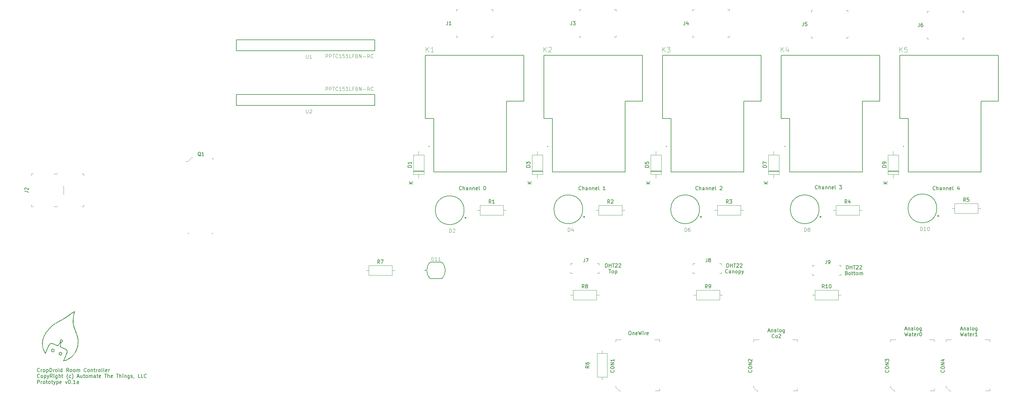
<source format=gto>
G04 #@! TF.GenerationSoftware,KiCad,Pcbnew,5.1.5-52549c5~84~ubuntu18.04.1*
G04 #@! TF.CreationDate,2020-02-05T02:02:32-05:00*
G04 #@! TF.ProjectId,cropdroid-room,63726f70-6472-46f6-9964-2d726f6f6d2e,v0.1a*
G04 #@! TF.SameCoordinates,Original*
G04 #@! TF.FileFunction,Legend,Top*
G04 #@! TF.FilePolarity,Positive*
%FSLAX46Y46*%
G04 Gerber Fmt 4.6, Leading zero omitted, Abs format (unit mm)*
G04 Created by KiCad (PCBNEW 5.1.5-52549c5~84~ubuntu18.04.1) date 2020-02-05 02:02:32*
%MOMM*%
%LPD*%
G04 APERTURE LIST*
%ADD10C,0.150000*%
%ADD11C,0.010000*%
%ADD12C,0.200000*%
%ADD13C,0.152400*%
%ADD14C,0.127000*%
%ADD15C,0.120000*%
%ADD16C,0.100000*%
%ADD17C,0.300000*%
%ADD18C,0.015000*%
G04 APERTURE END LIST*
D10*
X239434952Y-87765380D02*
X239434952Y-86765380D01*
X239673047Y-86765380D01*
X239815904Y-86813000D01*
X239911142Y-86908238D01*
X239958761Y-87003476D01*
X240006380Y-87193952D01*
X240006380Y-87336809D01*
X239958761Y-87527285D01*
X239911142Y-87622523D01*
X239815904Y-87717761D01*
X239673047Y-87765380D01*
X239434952Y-87765380D01*
X240434952Y-87765380D02*
X240434952Y-86765380D01*
X240434952Y-87241571D02*
X241006380Y-87241571D01*
X241006380Y-87765380D02*
X241006380Y-86765380D01*
X241339714Y-86765380D02*
X241911142Y-86765380D01*
X241625428Y-87765380D02*
X241625428Y-86765380D01*
X242196857Y-86860619D02*
X242244476Y-86813000D01*
X242339714Y-86765380D01*
X242577809Y-86765380D01*
X242673047Y-86813000D01*
X242720666Y-86860619D01*
X242768285Y-86955857D01*
X242768285Y-87051095D01*
X242720666Y-87193952D01*
X242149238Y-87765380D01*
X242768285Y-87765380D01*
X243149238Y-86860619D02*
X243196857Y-86813000D01*
X243292095Y-86765380D01*
X243530190Y-86765380D01*
X243625428Y-86813000D01*
X243673047Y-86860619D01*
X243720666Y-86955857D01*
X243720666Y-87051095D01*
X243673047Y-87193952D01*
X243101619Y-87765380D01*
X243720666Y-87765380D01*
X239482571Y-88891571D02*
X239625428Y-88939190D01*
X239673047Y-88986809D01*
X239720666Y-89082047D01*
X239720666Y-89224904D01*
X239673047Y-89320142D01*
X239625428Y-89367761D01*
X239530190Y-89415380D01*
X239149238Y-89415380D01*
X239149238Y-88415380D01*
X239482571Y-88415380D01*
X239577809Y-88463000D01*
X239625428Y-88510619D01*
X239673047Y-88605857D01*
X239673047Y-88701095D01*
X239625428Y-88796333D01*
X239577809Y-88843952D01*
X239482571Y-88891571D01*
X239149238Y-88891571D01*
X240292095Y-89415380D02*
X240196857Y-89367761D01*
X240149238Y-89320142D01*
X240101619Y-89224904D01*
X240101619Y-88939190D01*
X240149238Y-88843952D01*
X240196857Y-88796333D01*
X240292095Y-88748714D01*
X240434952Y-88748714D01*
X240530190Y-88796333D01*
X240577809Y-88843952D01*
X240625428Y-88939190D01*
X240625428Y-89224904D01*
X240577809Y-89320142D01*
X240530190Y-89367761D01*
X240434952Y-89415380D01*
X240292095Y-89415380D01*
X240911142Y-88748714D02*
X241292095Y-88748714D01*
X241054000Y-88415380D02*
X241054000Y-89272523D01*
X241101619Y-89367761D01*
X241196857Y-89415380D01*
X241292095Y-89415380D01*
X241482571Y-88748714D02*
X241863523Y-88748714D01*
X241625428Y-88415380D02*
X241625428Y-89272523D01*
X241673047Y-89367761D01*
X241768285Y-89415380D01*
X241863523Y-89415380D01*
X242339714Y-89415380D02*
X242244476Y-89367761D01*
X242196857Y-89320142D01*
X242149238Y-89224904D01*
X242149238Y-88939190D01*
X242196857Y-88843952D01*
X242244476Y-88796333D01*
X242339714Y-88748714D01*
X242482571Y-88748714D01*
X242577809Y-88796333D01*
X242625428Y-88843952D01*
X242673047Y-88939190D01*
X242673047Y-89224904D01*
X242625428Y-89320142D01*
X242577809Y-89367761D01*
X242482571Y-89415380D01*
X242339714Y-89415380D01*
X243101619Y-89415380D02*
X243101619Y-88748714D01*
X243101619Y-88843952D02*
X243149238Y-88796333D01*
X243244476Y-88748714D01*
X243387333Y-88748714D01*
X243482571Y-88796333D01*
X243530190Y-88891571D01*
X243530190Y-89415380D01*
X243530190Y-88891571D02*
X243577809Y-88796333D01*
X243673047Y-88748714D01*
X243815904Y-88748714D01*
X243911142Y-88796333D01*
X243958761Y-88891571D01*
X243958761Y-89415380D01*
X206160952Y-87257380D02*
X206160952Y-86257380D01*
X206399047Y-86257380D01*
X206541904Y-86305000D01*
X206637142Y-86400238D01*
X206684761Y-86495476D01*
X206732380Y-86685952D01*
X206732380Y-86828809D01*
X206684761Y-87019285D01*
X206637142Y-87114523D01*
X206541904Y-87209761D01*
X206399047Y-87257380D01*
X206160952Y-87257380D01*
X207160952Y-87257380D02*
X207160952Y-86257380D01*
X207160952Y-86733571D02*
X207732380Y-86733571D01*
X207732380Y-87257380D02*
X207732380Y-86257380D01*
X208065714Y-86257380D02*
X208637142Y-86257380D01*
X208351428Y-87257380D02*
X208351428Y-86257380D01*
X208922857Y-86352619D02*
X208970476Y-86305000D01*
X209065714Y-86257380D01*
X209303809Y-86257380D01*
X209399047Y-86305000D01*
X209446666Y-86352619D01*
X209494285Y-86447857D01*
X209494285Y-86543095D01*
X209446666Y-86685952D01*
X208875238Y-87257380D01*
X209494285Y-87257380D01*
X209875238Y-86352619D02*
X209922857Y-86305000D01*
X210018095Y-86257380D01*
X210256190Y-86257380D01*
X210351428Y-86305000D01*
X210399047Y-86352619D01*
X210446666Y-86447857D01*
X210446666Y-86543095D01*
X210399047Y-86685952D01*
X209827619Y-87257380D01*
X210446666Y-87257380D01*
X206399047Y-88812142D02*
X206351428Y-88859761D01*
X206208571Y-88907380D01*
X206113333Y-88907380D01*
X205970476Y-88859761D01*
X205875238Y-88764523D01*
X205827619Y-88669285D01*
X205780000Y-88478809D01*
X205780000Y-88335952D01*
X205827619Y-88145476D01*
X205875238Y-88050238D01*
X205970476Y-87955000D01*
X206113333Y-87907380D01*
X206208571Y-87907380D01*
X206351428Y-87955000D01*
X206399047Y-88002619D01*
X207256190Y-88907380D02*
X207256190Y-88383571D01*
X207208571Y-88288333D01*
X207113333Y-88240714D01*
X206922857Y-88240714D01*
X206827619Y-88288333D01*
X207256190Y-88859761D02*
X207160952Y-88907380D01*
X206922857Y-88907380D01*
X206827619Y-88859761D01*
X206780000Y-88764523D01*
X206780000Y-88669285D01*
X206827619Y-88574047D01*
X206922857Y-88526428D01*
X207160952Y-88526428D01*
X207256190Y-88478809D01*
X207732380Y-88240714D02*
X207732380Y-88907380D01*
X207732380Y-88335952D02*
X207780000Y-88288333D01*
X207875238Y-88240714D01*
X208018095Y-88240714D01*
X208113333Y-88288333D01*
X208160952Y-88383571D01*
X208160952Y-88907380D01*
X208780000Y-88907380D02*
X208684761Y-88859761D01*
X208637142Y-88812142D01*
X208589523Y-88716904D01*
X208589523Y-88431190D01*
X208637142Y-88335952D01*
X208684761Y-88288333D01*
X208780000Y-88240714D01*
X208922857Y-88240714D01*
X209018095Y-88288333D01*
X209065714Y-88335952D01*
X209113333Y-88431190D01*
X209113333Y-88716904D01*
X209065714Y-88812142D01*
X209018095Y-88859761D01*
X208922857Y-88907380D01*
X208780000Y-88907380D01*
X209541904Y-88240714D02*
X209541904Y-89240714D01*
X209541904Y-88288333D02*
X209637142Y-88240714D01*
X209827619Y-88240714D01*
X209922857Y-88288333D01*
X209970476Y-88335952D01*
X210018095Y-88431190D01*
X210018095Y-88716904D01*
X209970476Y-88812142D01*
X209922857Y-88859761D01*
X209827619Y-88907380D01*
X209637142Y-88907380D01*
X209541904Y-88859761D01*
X210351428Y-88240714D02*
X210589523Y-88907380D01*
X210827619Y-88240714D02*
X210589523Y-88907380D01*
X210494285Y-89145476D01*
X210446666Y-89193095D01*
X210351428Y-89240714D01*
X172378952Y-87257380D02*
X172378952Y-86257380D01*
X172617047Y-86257380D01*
X172759904Y-86305000D01*
X172855142Y-86400238D01*
X172902761Y-86495476D01*
X172950380Y-86685952D01*
X172950380Y-86828809D01*
X172902761Y-87019285D01*
X172855142Y-87114523D01*
X172759904Y-87209761D01*
X172617047Y-87257380D01*
X172378952Y-87257380D01*
X173378952Y-87257380D02*
X173378952Y-86257380D01*
X173378952Y-86733571D02*
X173950380Y-86733571D01*
X173950380Y-87257380D02*
X173950380Y-86257380D01*
X174283714Y-86257380D02*
X174855142Y-86257380D01*
X174569428Y-87257380D02*
X174569428Y-86257380D01*
X175140857Y-86352619D02*
X175188476Y-86305000D01*
X175283714Y-86257380D01*
X175521809Y-86257380D01*
X175617047Y-86305000D01*
X175664666Y-86352619D01*
X175712285Y-86447857D01*
X175712285Y-86543095D01*
X175664666Y-86685952D01*
X175093238Y-87257380D01*
X175712285Y-87257380D01*
X176093238Y-86352619D02*
X176140857Y-86305000D01*
X176236095Y-86257380D01*
X176474190Y-86257380D01*
X176569428Y-86305000D01*
X176617047Y-86352619D01*
X176664666Y-86447857D01*
X176664666Y-86543095D01*
X176617047Y-86685952D01*
X176045619Y-87257380D01*
X176664666Y-87257380D01*
X173307523Y-87907380D02*
X173878952Y-87907380D01*
X173593238Y-88907380D02*
X173593238Y-87907380D01*
X174355142Y-88907380D02*
X174259904Y-88859761D01*
X174212285Y-88812142D01*
X174164666Y-88716904D01*
X174164666Y-88431190D01*
X174212285Y-88335952D01*
X174259904Y-88288333D01*
X174355142Y-88240714D01*
X174498000Y-88240714D01*
X174593238Y-88288333D01*
X174640857Y-88335952D01*
X174688476Y-88431190D01*
X174688476Y-88716904D01*
X174640857Y-88812142D01*
X174593238Y-88859761D01*
X174498000Y-88907380D01*
X174355142Y-88907380D01*
X175117047Y-88240714D02*
X175117047Y-89240714D01*
X175117047Y-88288333D02*
X175212285Y-88240714D01*
X175402761Y-88240714D01*
X175498000Y-88288333D01*
X175545619Y-88335952D01*
X175593238Y-88431190D01*
X175593238Y-88716904D01*
X175545619Y-88812142D01*
X175498000Y-88859761D01*
X175402761Y-88907380D01*
X175212285Y-88907380D01*
X175117047Y-88859761D01*
X264160380Y-65635142D02*
X264112761Y-65682761D01*
X263969904Y-65730380D01*
X263874666Y-65730380D01*
X263731809Y-65682761D01*
X263636571Y-65587523D01*
X263588952Y-65492285D01*
X263541333Y-65301809D01*
X263541333Y-65158952D01*
X263588952Y-64968476D01*
X263636571Y-64873238D01*
X263731809Y-64778000D01*
X263874666Y-64730380D01*
X263969904Y-64730380D01*
X264112761Y-64778000D01*
X264160380Y-64825619D01*
X264588952Y-65730380D02*
X264588952Y-64730380D01*
X265017523Y-65730380D02*
X265017523Y-65206571D01*
X264969904Y-65111333D01*
X264874666Y-65063714D01*
X264731809Y-65063714D01*
X264636571Y-65111333D01*
X264588952Y-65158952D01*
X265922285Y-65730380D02*
X265922285Y-65206571D01*
X265874666Y-65111333D01*
X265779428Y-65063714D01*
X265588952Y-65063714D01*
X265493714Y-65111333D01*
X265922285Y-65682761D02*
X265827047Y-65730380D01*
X265588952Y-65730380D01*
X265493714Y-65682761D01*
X265446095Y-65587523D01*
X265446095Y-65492285D01*
X265493714Y-65397047D01*
X265588952Y-65349428D01*
X265827047Y-65349428D01*
X265922285Y-65301809D01*
X266398476Y-65063714D02*
X266398476Y-65730380D01*
X266398476Y-65158952D02*
X266446095Y-65111333D01*
X266541333Y-65063714D01*
X266684190Y-65063714D01*
X266779428Y-65111333D01*
X266827047Y-65206571D01*
X266827047Y-65730380D01*
X267303238Y-65063714D02*
X267303238Y-65730380D01*
X267303238Y-65158952D02*
X267350857Y-65111333D01*
X267446095Y-65063714D01*
X267588952Y-65063714D01*
X267684190Y-65111333D01*
X267731809Y-65206571D01*
X267731809Y-65730380D01*
X268588952Y-65682761D02*
X268493714Y-65730380D01*
X268303238Y-65730380D01*
X268208000Y-65682761D01*
X268160380Y-65587523D01*
X268160380Y-65206571D01*
X268208000Y-65111333D01*
X268303238Y-65063714D01*
X268493714Y-65063714D01*
X268588952Y-65111333D01*
X268636571Y-65206571D01*
X268636571Y-65301809D01*
X268160380Y-65397047D01*
X269208000Y-65730380D02*
X269112761Y-65682761D01*
X269065142Y-65587523D01*
X269065142Y-64730380D01*
X270779428Y-65063714D02*
X270779428Y-65730380D01*
X270541333Y-64682761D02*
X270303238Y-65397047D01*
X270922285Y-65397047D01*
X231394380Y-65381142D02*
X231346761Y-65428761D01*
X231203904Y-65476380D01*
X231108666Y-65476380D01*
X230965809Y-65428761D01*
X230870571Y-65333523D01*
X230822952Y-65238285D01*
X230775333Y-65047809D01*
X230775333Y-64904952D01*
X230822952Y-64714476D01*
X230870571Y-64619238D01*
X230965809Y-64524000D01*
X231108666Y-64476380D01*
X231203904Y-64476380D01*
X231346761Y-64524000D01*
X231394380Y-64571619D01*
X231822952Y-65476380D02*
X231822952Y-64476380D01*
X232251523Y-65476380D02*
X232251523Y-64952571D01*
X232203904Y-64857333D01*
X232108666Y-64809714D01*
X231965809Y-64809714D01*
X231870571Y-64857333D01*
X231822952Y-64904952D01*
X233156285Y-65476380D02*
X233156285Y-64952571D01*
X233108666Y-64857333D01*
X233013428Y-64809714D01*
X232822952Y-64809714D01*
X232727714Y-64857333D01*
X233156285Y-65428761D02*
X233061047Y-65476380D01*
X232822952Y-65476380D01*
X232727714Y-65428761D01*
X232680095Y-65333523D01*
X232680095Y-65238285D01*
X232727714Y-65143047D01*
X232822952Y-65095428D01*
X233061047Y-65095428D01*
X233156285Y-65047809D01*
X233632476Y-64809714D02*
X233632476Y-65476380D01*
X233632476Y-64904952D02*
X233680095Y-64857333D01*
X233775333Y-64809714D01*
X233918190Y-64809714D01*
X234013428Y-64857333D01*
X234061047Y-64952571D01*
X234061047Y-65476380D01*
X234537238Y-64809714D02*
X234537238Y-65476380D01*
X234537238Y-64904952D02*
X234584857Y-64857333D01*
X234680095Y-64809714D01*
X234822952Y-64809714D01*
X234918190Y-64857333D01*
X234965809Y-64952571D01*
X234965809Y-65476380D01*
X235822952Y-65428761D02*
X235727714Y-65476380D01*
X235537238Y-65476380D01*
X235442000Y-65428761D01*
X235394380Y-65333523D01*
X235394380Y-64952571D01*
X235442000Y-64857333D01*
X235537238Y-64809714D01*
X235727714Y-64809714D01*
X235822952Y-64857333D01*
X235870571Y-64952571D01*
X235870571Y-65047809D01*
X235394380Y-65143047D01*
X236442000Y-65476380D02*
X236346761Y-65428761D01*
X236299142Y-65333523D01*
X236299142Y-64476380D01*
X237489619Y-64476380D02*
X238108666Y-64476380D01*
X237775333Y-64857333D01*
X237918190Y-64857333D01*
X238013428Y-64904952D01*
X238061047Y-64952571D01*
X238108666Y-65047809D01*
X238108666Y-65285904D01*
X238061047Y-65381142D01*
X238013428Y-65428761D01*
X237918190Y-65476380D01*
X237632476Y-65476380D01*
X237537238Y-65428761D01*
X237489619Y-65381142D01*
X198120380Y-65635142D02*
X198072761Y-65682761D01*
X197929904Y-65730380D01*
X197834666Y-65730380D01*
X197691809Y-65682761D01*
X197596571Y-65587523D01*
X197548952Y-65492285D01*
X197501333Y-65301809D01*
X197501333Y-65158952D01*
X197548952Y-64968476D01*
X197596571Y-64873238D01*
X197691809Y-64778000D01*
X197834666Y-64730380D01*
X197929904Y-64730380D01*
X198072761Y-64778000D01*
X198120380Y-64825619D01*
X198548952Y-65730380D02*
X198548952Y-64730380D01*
X198977523Y-65730380D02*
X198977523Y-65206571D01*
X198929904Y-65111333D01*
X198834666Y-65063714D01*
X198691809Y-65063714D01*
X198596571Y-65111333D01*
X198548952Y-65158952D01*
X199882285Y-65730380D02*
X199882285Y-65206571D01*
X199834666Y-65111333D01*
X199739428Y-65063714D01*
X199548952Y-65063714D01*
X199453714Y-65111333D01*
X199882285Y-65682761D02*
X199787047Y-65730380D01*
X199548952Y-65730380D01*
X199453714Y-65682761D01*
X199406095Y-65587523D01*
X199406095Y-65492285D01*
X199453714Y-65397047D01*
X199548952Y-65349428D01*
X199787047Y-65349428D01*
X199882285Y-65301809D01*
X200358476Y-65063714D02*
X200358476Y-65730380D01*
X200358476Y-65158952D02*
X200406095Y-65111333D01*
X200501333Y-65063714D01*
X200644190Y-65063714D01*
X200739428Y-65111333D01*
X200787047Y-65206571D01*
X200787047Y-65730380D01*
X201263238Y-65063714D02*
X201263238Y-65730380D01*
X201263238Y-65158952D02*
X201310857Y-65111333D01*
X201406095Y-65063714D01*
X201548952Y-65063714D01*
X201644190Y-65111333D01*
X201691809Y-65206571D01*
X201691809Y-65730380D01*
X202548952Y-65682761D02*
X202453714Y-65730380D01*
X202263238Y-65730380D01*
X202168000Y-65682761D01*
X202120380Y-65587523D01*
X202120380Y-65206571D01*
X202168000Y-65111333D01*
X202263238Y-65063714D01*
X202453714Y-65063714D01*
X202548952Y-65111333D01*
X202596571Y-65206571D01*
X202596571Y-65301809D01*
X202120380Y-65397047D01*
X203168000Y-65730380D02*
X203072761Y-65682761D01*
X203025142Y-65587523D01*
X203025142Y-64730380D01*
X204263238Y-64825619D02*
X204310857Y-64778000D01*
X204406095Y-64730380D01*
X204644190Y-64730380D01*
X204739428Y-64778000D01*
X204787047Y-64825619D01*
X204834666Y-64920857D01*
X204834666Y-65016095D01*
X204787047Y-65158952D01*
X204215619Y-65730380D01*
X204834666Y-65730380D01*
X165608380Y-65635142D02*
X165560761Y-65682761D01*
X165417904Y-65730380D01*
X165322666Y-65730380D01*
X165179809Y-65682761D01*
X165084571Y-65587523D01*
X165036952Y-65492285D01*
X164989333Y-65301809D01*
X164989333Y-65158952D01*
X165036952Y-64968476D01*
X165084571Y-64873238D01*
X165179809Y-64778000D01*
X165322666Y-64730380D01*
X165417904Y-64730380D01*
X165560761Y-64778000D01*
X165608380Y-64825619D01*
X166036952Y-65730380D02*
X166036952Y-64730380D01*
X166465523Y-65730380D02*
X166465523Y-65206571D01*
X166417904Y-65111333D01*
X166322666Y-65063714D01*
X166179809Y-65063714D01*
X166084571Y-65111333D01*
X166036952Y-65158952D01*
X167370285Y-65730380D02*
X167370285Y-65206571D01*
X167322666Y-65111333D01*
X167227428Y-65063714D01*
X167036952Y-65063714D01*
X166941714Y-65111333D01*
X167370285Y-65682761D02*
X167275047Y-65730380D01*
X167036952Y-65730380D01*
X166941714Y-65682761D01*
X166894095Y-65587523D01*
X166894095Y-65492285D01*
X166941714Y-65397047D01*
X167036952Y-65349428D01*
X167275047Y-65349428D01*
X167370285Y-65301809D01*
X167846476Y-65063714D02*
X167846476Y-65730380D01*
X167846476Y-65158952D02*
X167894095Y-65111333D01*
X167989333Y-65063714D01*
X168132190Y-65063714D01*
X168227428Y-65111333D01*
X168275047Y-65206571D01*
X168275047Y-65730380D01*
X168751238Y-65063714D02*
X168751238Y-65730380D01*
X168751238Y-65158952D02*
X168798857Y-65111333D01*
X168894095Y-65063714D01*
X169036952Y-65063714D01*
X169132190Y-65111333D01*
X169179809Y-65206571D01*
X169179809Y-65730380D01*
X170036952Y-65682761D02*
X169941714Y-65730380D01*
X169751238Y-65730380D01*
X169656000Y-65682761D01*
X169608380Y-65587523D01*
X169608380Y-65206571D01*
X169656000Y-65111333D01*
X169751238Y-65063714D01*
X169941714Y-65063714D01*
X170036952Y-65111333D01*
X170084571Y-65206571D01*
X170084571Y-65301809D01*
X169608380Y-65397047D01*
X170656000Y-65730380D02*
X170560761Y-65682761D01*
X170513142Y-65587523D01*
X170513142Y-64730380D01*
X172322666Y-65730380D02*
X171751238Y-65730380D01*
X172036952Y-65730380D02*
X172036952Y-64730380D01*
X171941714Y-64873238D01*
X171846476Y-64968476D01*
X171751238Y-65016095D01*
X132334380Y-65635142D02*
X132286761Y-65682761D01*
X132143904Y-65730380D01*
X132048666Y-65730380D01*
X131905809Y-65682761D01*
X131810571Y-65587523D01*
X131762952Y-65492285D01*
X131715333Y-65301809D01*
X131715333Y-65158952D01*
X131762952Y-64968476D01*
X131810571Y-64873238D01*
X131905809Y-64778000D01*
X132048666Y-64730380D01*
X132143904Y-64730380D01*
X132286761Y-64778000D01*
X132334380Y-64825619D01*
X132762952Y-65730380D02*
X132762952Y-64730380D01*
X133191523Y-65730380D02*
X133191523Y-65206571D01*
X133143904Y-65111333D01*
X133048666Y-65063714D01*
X132905809Y-65063714D01*
X132810571Y-65111333D01*
X132762952Y-65158952D01*
X134096285Y-65730380D02*
X134096285Y-65206571D01*
X134048666Y-65111333D01*
X133953428Y-65063714D01*
X133762952Y-65063714D01*
X133667714Y-65111333D01*
X134096285Y-65682761D02*
X134001047Y-65730380D01*
X133762952Y-65730380D01*
X133667714Y-65682761D01*
X133620095Y-65587523D01*
X133620095Y-65492285D01*
X133667714Y-65397047D01*
X133762952Y-65349428D01*
X134001047Y-65349428D01*
X134096285Y-65301809D01*
X134572476Y-65063714D02*
X134572476Y-65730380D01*
X134572476Y-65158952D02*
X134620095Y-65111333D01*
X134715333Y-65063714D01*
X134858190Y-65063714D01*
X134953428Y-65111333D01*
X135001047Y-65206571D01*
X135001047Y-65730380D01*
X135477238Y-65063714D02*
X135477238Y-65730380D01*
X135477238Y-65158952D02*
X135524857Y-65111333D01*
X135620095Y-65063714D01*
X135762952Y-65063714D01*
X135858190Y-65111333D01*
X135905809Y-65206571D01*
X135905809Y-65730380D01*
X136762952Y-65682761D02*
X136667714Y-65730380D01*
X136477238Y-65730380D01*
X136382000Y-65682761D01*
X136334380Y-65587523D01*
X136334380Y-65206571D01*
X136382000Y-65111333D01*
X136477238Y-65063714D01*
X136667714Y-65063714D01*
X136762952Y-65111333D01*
X136810571Y-65206571D01*
X136810571Y-65301809D01*
X136334380Y-65397047D01*
X137382000Y-65730380D02*
X137286761Y-65682761D01*
X137239142Y-65587523D01*
X137239142Y-64730380D01*
X138715333Y-64730380D02*
X138810571Y-64730380D01*
X138905809Y-64778000D01*
X138953428Y-64825619D01*
X139001047Y-64920857D01*
X139048666Y-65111333D01*
X139048666Y-65349428D01*
X139001047Y-65539904D01*
X138953428Y-65635142D01*
X138905809Y-65682761D01*
X138810571Y-65730380D01*
X138715333Y-65730380D01*
X138620095Y-65682761D01*
X138572476Y-65635142D01*
X138524857Y-65539904D01*
X138477238Y-65349428D01*
X138477238Y-65111333D01*
X138524857Y-64920857D01*
X138572476Y-64825619D01*
X138620095Y-64778000D01*
X138715333Y-64730380D01*
X271248476Y-104497666D02*
X271724666Y-104497666D01*
X271153238Y-104783380D02*
X271486571Y-103783380D01*
X271819904Y-104783380D01*
X272153238Y-104116714D02*
X272153238Y-104783380D01*
X272153238Y-104211952D02*
X272200857Y-104164333D01*
X272296095Y-104116714D01*
X272438952Y-104116714D01*
X272534190Y-104164333D01*
X272581809Y-104259571D01*
X272581809Y-104783380D01*
X273486571Y-104783380D02*
X273486571Y-104259571D01*
X273438952Y-104164333D01*
X273343714Y-104116714D01*
X273153238Y-104116714D01*
X273058000Y-104164333D01*
X273486571Y-104735761D02*
X273391333Y-104783380D01*
X273153238Y-104783380D01*
X273058000Y-104735761D01*
X273010380Y-104640523D01*
X273010380Y-104545285D01*
X273058000Y-104450047D01*
X273153238Y-104402428D01*
X273391333Y-104402428D01*
X273486571Y-104354809D01*
X274105619Y-104783380D02*
X274010380Y-104735761D01*
X273962761Y-104640523D01*
X273962761Y-103783380D01*
X274629428Y-104783380D02*
X274534190Y-104735761D01*
X274486571Y-104688142D01*
X274438952Y-104592904D01*
X274438952Y-104307190D01*
X274486571Y-104211952D01*
X274534190Y-104164333D01*
X274629428Y-104116714D01*
X274772285Y-104116714D01*
X274867523Y-104164333D01*
X274915142Y-104211952D01*
X274962761Y-104307190D01*
X274962761Y-104592904D01*
X274915142Y-104688142D01*
X274867523Y-104735761D01*
X274772285Y-104783380D01*
X274629428Y-104783380D01*
X275819904Y-104116714D02*
X275819904Y-104926238D01*
X275772285Y-105021476D01*
X275724666Y-105069095D01*
X275629428Y-105116714D01*
X275486571Y-105116714D01*
X275391333Y-105069095D01*
X275819904Y-104735761D02*
X275724666Y-104783380D01*
X275534190Y-104783380D01*
X275438952Y-104735761D01*
X275391333Y-104688142D01*
X275343714Y-104592904D01*
X275343714Y-104307190D01*
X275391333Y-104211952D01*
X275438952Y-104164333D01*
X275534190Y-104116714D01*
X275724666Y-104116714D01*
X275819904Y-104164333D01*
X271177047Y-105433380D02*
X271415142Y-106433380D01*
X271605619Y-105719095D01*
X271796095Y-106433380D01*
X272034190Y-105433380D01*
X272843714Y-106433380D02*
X272843714Y-105909571D01*
X272796095Y-105814333D01*
X272700857Y-105766714D01*
X272510380Y-105766714D01*
X272415142Y-105814333D01*
X272843714Y-106385761D02*
X272748476Y-106433380D01*
X272510380Y-106433380D01*
X272415142Y-106385761D01*
X272367523Y-106290523D01*
X272367523Y-106195285D01*
X272415142Y-106100047D01*
X272510380Y-106052428D01*
X272748476Y-106052428D01*
X272843714Y-106004809D01*
X273177047Y-105766714D02*
X273558000Y-105766714D01*
X273319904Y-105433380D02*
X273319904Y-106290523D01*
X273367523Y-106385761D01*
X273462761Y-106433380D01*
X273558000Y-106433380D01*
X274272285Y-106385761D02*
X274177047Y-106433380D01*
X273986571Y-106433380D01*
X273891333Y-106385761D01*
X273843714Y-106290523D01*
X273843714Y-105909571D01*
X273891333Y-105814333D01*
X273986571Y-105766714D01*
X274177047Y-105766714D01*
X274272285Y-105814333D01*
X274319904Y-105909571D01*
X274319904Y-106004809D01*
X273843714Y-106100047D01*
X274748476Y-106433380D02*
X274748476Y-105766714D01*
X274748476Y-105957190D02*
X274796095Y-105861952D01*
X274843714Y-105814333D01*
X274938952Y-105766714D01*
X275034190Y-105766714D01*
X275891333Y-106433380D02*
X275319904Y-106433380D01*
X275605619Y-106433380D02*
X275605619Y-105433380D01*
X275510380Y-105576238D01*
X275415142Y-105671476D01*
X275319904Y-105719095D01*
X255754476Y-104497666D02*
X256230666Y-104497666D01*
X255659238Y-104783380D02*
X255992571Y-103783380D01*
X256325904Y-104783380D01*
X256659238Y-104116714D02*
X256659238Y-104783380D01*
X256659238Y-104211952D02*
X256706857Y-104164333D01*
X256802095Y-104116714D01*
X256944952Y-104116714D01*
X257040190Y-104164333D01*
X257087809Y-104259571D01*
X257087809Y-104783380D01*
X257992571Y-104783380D02*
X257992571Y-104259571D01*
X257944952Y-104164333D01*
X257849714Y-104116714D01*
X257659238Y-104116714D01*
X257564000Y-104164333D01*
X257992571Y-104735761D02*
X257897333Y-104783380D01*
X257659238Y-104783380D01*
X257564000Y-104735761D01*
X257516380Y-104640523D01*
X257516380Y-104545285D01*
X257564000Y-104450047D01*
X257659238Y-104402428D01*
X257897333Y-104402428D01*
X257992571Y-104354809D01*
X258611619Y-104783380D02*
X258516380Y-104735761D01*
X258468761Y-104640523D01*
X258468761Y-103783380D01*
X259135428Y-104783380D02*
X259040190Y-104735761D01*
X258992571Y-104688142D01*
X258944952Y-104592904D01*
X258944952Y-104307190D01*
X258992571Y-104211952D01*
X259040190Y-104164333D01*
X259135428Y-104116714D01*
X259278285Y-104116714D01*
X259373523Y-104164333D01*
X259421142Y-104211952D01*
X259468761Y-104307190D01*
X259468761Y-104592904D01*
X259421142Y-104688142D01*
X259373523Y-104735761D01*
X259278285Y-104783380D01*
X259135428Y-104783380D01*
X260325904Y-104116714D02*
X260325904Y-104926238D01*
X260278285Y-105021476D01*
X260230666Y-105069095D01*
X260135428Y-105116714D01*
X259992571Y-105116714D01*
X259897333Y-105069095D01*
X260325904Y-104735761D02*
X260230666Y-104783380D01*
X260040190Y-104783380D01*
X259944952Y-104735761D01*
X259897333Y-104688142D01*
X259849714Y-104592904D01*
X259849714Y-104307190D01*
X259897333Y-104211952D01*
X259944952Y-104164333D01*
X260040190Y-104116714D01*
X260230666Y-104116714D01*
X260325904Y-104164333D01*
X255683047Y-105433380D02*
X255921142Y-106433380D01*
X256111619Y-105719095D01*
X256302095Y-106433380D01*
X256540190Y-105433380D01*
X257349714Y-106433380D02*
X257349714Y-105909571D01*
X257302095Y-105814333D01*
X257206857Y-105766714D01*
X257016380Y-105766714D01*
X256921142Y-105814333D01*
X257349714Y-106385761D02*
X257254476Y-106433380D01*
X257016380Y-106433380D01*
X256921142Y-106385761D01*
X256873523Y-106290523D01*
X256873523Y-106195285D01*
X256921142Y-106100047D01*
X257016380Y-106052428D01*
X257254476Y-106052428D01*
X257349714Y-106004809D01*
X257683047Y-105766714D02*
X258064000Y-105766714D01*
X257825904Y-105433380D02*
X257825904Y-106290523D01*
X257873523Y-106385761D01*
X257968761Y-106433380D01*
X258064000Y-106433380D01*
X258778285Y-106385761D02*
X258683047Y-106433380D01*
X258492571Y-106433380D01*
X258397333Y-106385761D01*
X258349714Y-106290523D01*
X258349714Y-105909571D01*
X258397333Y-105814333D01*
X258492571Y-105766714D01*
X258683047Y-105766714D01*
X258778285Y-105814333D01*
X258825904Y-105909571D01*
X258825904Y-106004809D01*
X258349714Y-106100047D01*
X259254476Y-106433380D02*
X259254476Y-105766714D01*
X259254476Y-105957190D02*
X259302095Y-105861952D01*
X259349714Y-105814333D01*
X259444952Y-105766714D01*
X259540190Y-105766714D01*
X260064000Y-105433380D02*
X260159238Y-105433380D01*
X260254476Y-105481000D01*
X260302095Y-105528619D01*
X260349714Y-105623857D01*
X260397333Y-105814333D01*
X260397333Y-106052428D01*
X260349714Y-106242904D01*
X260302095Y-106338142D01*
X260254476Y-106385761D01*
X260159238Y-106433380D01*
X260064000Y-106433380D01*
X259968761Y-106385761D01*
X259921142Y-106338142D01*
X259873523Y-106242904D01*
X259825904Y-106052428D01*
X259825904Y-105814333D01*
X259873523Y-105623857D01*
X259921142Y-105528619D01*
X259968761Y-105481000D01*
X260064000Y-105433380D01*
X217654476Y-105005666D02*
X218130666Y-105005666D01*
X217559238Y-105291380D02*
X217892571Y-104291380D01*
X218225904Y-105291380D01*
X218559238Y-104624714D02*
X218559238Y-105291380D01*
X218559238Y-104719952D02*
X218606857Y-104672333D01*
X218702095Y-104624714D01*
X218844952Y-104624714D01*
X218940190Y-104672333D01*
X218987809Y-104767571D01*
X218987809Y-105291380D01*
X219892571Y-105291380D02*
X219892571Y-104767571D01*
X219844952Y-104672333D01*
X219749714Y-104624714D01*
X219559238Y-104624714D01*
X219464000Y-104672333D01*
X219892571Y-105243761D02*
X219797333Y-105291380D01*
X219559238Y-105291380D01*
X219464000Y-105243761D01*
X219416380Y-105148523D01*
X219416380Y-105053285D01*
X219464000Y-104958047D01*
X219559238Y-104910428D01*
X219797333Y-104910428D01*
X219892571Y-104862809D01*
X220511619Y-105291380D02*
X220416380Y-105243761D01*
X220368761Y-105148523D01*
X220368761Y-104291380D01*
X221035428Y-105291380D02*
X220940190Y-105243761D01*
X220892571Y-105196142D01*
X220844952Y-105100904D01*
X220844952Y-104815190D01*
X220892571Y-104719952D01*
X220940190Y-104672333D01*
X221035428Y-104624714D01*
X221178285Y-104624714D01*
X221273523Y-104672333D01*
X221321142Y-104719952D01*
X221368761Y-104815190D01*
X221368761Y-105100904D01*
X221321142Y-105196142D01*
X221273523Y-105243761D01*
X221178285Y-105291380D01*
X221035428Y-105291380D01*
X222225904Y-104624714D02*
X222225904Y-105434238D01*
X222178285Y-105529476D01*
X222130666Y-105577095D01*
X222035428Y-105624714D01*
X221892571Y-105624714D01*
X221797333Y-105577095D01*
X222225904Y-105243761D02*
X222130666Y-105291380D01*
X221940190Y-105291380D01*
X221844952Y-105243761D01*
X221797333Y-105196142D01*
X221749714Y-105100904D01*
X221749714Y-104815190D01*
X221797333Y-104719952D01*
X221844952Y-104672333D01*
X221940190Y-104624714D01*
X222130666Y-104624714D01*
X222225904Y-104672333D01*
X219344952Y-106846142D02*
X219297333Y-106893761D01*
X219154476Y-106941380D01*
X219059238Y-106941380D01*
X218916380Y-106893761D01*
X218821142Y-106798523D01*
X218773523Y-106703285D01*
X218725904Y-106512809D01*
X218725904Y-106369952D01*
X218773523Y-106179476D01*
X218821142Y-106084238D01*
X218916380Y-105989000D01*
X219059238Y-105941380D01*
X219154476Y-105941380D01*
X219297333Y-105989000D01*
X219344952Y-106036619D01*
X219916380Y-106941380D02*
X219821142Y-106893761D01*
X219773523Y-106846142D01*
X219725904Y-106750904D01*
X219725904Y-106465190D01*
X219773523Y-106369952D01*
X219821142Y-106322333D01*
X219916380Y-106274714D01*
X220059238Y-106274714D01*
X220154476Y-106322333D01*
X220202095Y-106369952D01*
X220249714Y-106465190D01*
X220249714Y-106750904D01*
X220202095Y-106846142D01*
X220154476Y-106893761D01*
X220059238Y-106941380D01*
X219916380Y-106941380D01*
X220630666Y-106036619D02*
X220678285Y-105989000D01*
X220773523Y-105941380D01*
X221011619Y-105941380D01*
X221106857Y-105989000D01*
X221154476Y-106036619D01*
X221202095Y-106131857D01*
X221202095Y-106227095D01*
X221154476Y-106369952D01*
X220583047Y-106941380D01*
X221202095Y-106941380D01*
X179086190Y-105116380D02*
X179276666Y-105116380D01*
X179371904Y-105164000D01*
X179467142Y-105259238D01*
X179514761Y-105449714D01*
X179514761Y-105783047D01*
X179467142Y-105973523D01*
X179371904Y-106068761D01*
X179276666Y-106116380D01*
X179086190Y-106116380D01*
X178990952Y-106068761D01*
X178895714Y-105973523D01*
X178848095Y-105783047D01*
X178848095Y-105449714D01*
X178895714Y-105259238D01*
X178990952Y-105164000D01*
X179086190Y-105116380D01*
X179943333Y-105449714D02*
X179943333Y-106116380D01*
X179943333Y-105544952D02*
X179990952Y-105497333D01*
X180086190Y-105449714D01*
X180229047Y-105449714D01*
X180324285Y-105497333D01*
X180371904Y-105592571D01*
X180371904Y-106116380D01*
X181229047Y-106068761D02*
X181133809Y-106116380D01*
X180943333Y-106116380D01*
X180848095Y-106068761D01*
X180800476Y-105973523D01*
X180800476Y-105592571D01*
X180848095Y-105497333D01*
X180943333Y-105449714D01*
X181133809Y-105449714D01*
X181229047Y-105497333D01*
X181276666Y-105592571D01*
X181276666Y-105687809D01*
X180800476Y-105783047D01*
X181610000Y-105116380D02*
X181848095Y-106116380D01*
X182038571Y-105402095D01*
X182229047Y-106116380D01*
X182467142Y-105116380D01*
X182848095Y-106116380D02*
X182848095Y-105449714D01*
X182848095Y-105116380D02*
X182800476Y-105164000D01*
X182848095Y-105211619D01*
X182895714Y-105164000D01*
X182848095Y-105116380D01*
X182848095Y-105211619D01*
X183324285Y-106116380D02*
X183324285Y-105449714D01*
X183324285Y-105640190D02*
X183371904Y-105544952D01*
X183419523Y-105497333D01*
X183514761Y-105449714D01*
X183610000Y-105449714D01*
X184324285Y-106068761D02*
X184229047Y-106116380D01*
X184038571Y-106116380D01*
X183943333Y-106068761D01*
X183895714Y-105973523D01*
X183895714Y-105592571D01*
X183943333Y-105497333D01*
X184038571Y-105449714D01*
X184229047Y-105449714D01*
X184324285Y-105497333D01*
X184371904Y-105592571D01*
X184371904Y-105687809D01*
X183895714Y-105783047D01*
X14877023Y-116309142D02*
X14829404Y-116356761D01*
X14686547Y-116404380D01*
X14591309Y-116404380D01*
X14448452Y-116356761D01*
X14353214Y-116261523D01*
X14305595Y-116166285D01*
X14257976Y-115975809D01*
X14257976Y-115832952D01*
X14305595Y-115642476D01*
X14353214Y-115547238D01*
X14448452Y-115452000D01*
X14591309Y-115404380D01*
X14686547Y-115404380D01*
X14829404Y-115452000D01*
X14877023Y-115499619D01*
X15305595Y-116404380D02*
X15305595Y-115737714D01*
X15305595Y-115928190D02*
X15353214Y-115832952D01*
X15400833Y-115785333D01*
X15496071Y-115737714D01*
X15591309Y-115737714D01*
X16067500Y-116404380D02*
X15972261Y-116356761D01*
X15924642Y-116309142D01*
X15877023Y-116213904D01*
X15877023Y-115928190D01*
X15924642Y-115832952D01*
X15972261Y-115785333D01*
X16067500Y-115737714D01*
X16210357Y-115737714D01*
X16305595Y-115785333D01*
X16353214Y-115832952D01*
X16400833Y-115928190D01*
X16400833Y-116213904D01*
X16353214Y-116309142D01*
X16305595Y-116356761D01*
X16210357Y-116404380D01*
X16067500Y-116404380D01*
X16829404Y-115737714D02*
X16829404Y-116737714D01*
X16829404Y-115785333D02*
X16924642Y-115737714D01*
X17115119Y-115737714D01*
X17210357Y-115785333D01*
X17257976Y-115832952D01*
X17305595Y-115928190D01*
X17305595Y-116213904D01*
X17257976Y-116309142D01*
X17210357Y-116356761D01*
X17115119Y-116404380D01*
X16924642Y-116404380D01*
X16829404Y-116356761D01*
X17734166Y-116404380D02*
X17734166Y-115404380D01*
X17972261Y-115404380D01*
X18115119Y-115452000D01*
X18210357Y-115547238D01*
X18257976Y-115642476D01*
X18305595Y-115832952D01*
X18305595Y-115975809D01*
X18257976Y-116166285D01*
X18210357Y-116261523D01*
X18115119Y-116356761D01*
X17972261Y-116404380D01*
X17734166Y-116404380D01*
X18734166Y-116404380D02*
X18734166Y-115737714D01*
X18734166Y-115928190D02*
X18781785Y-115832952D01*
X18829404Y-115785333D01*
X18924642Y-115737714D01*
X19019880Y-115737714D01*
X19496071Y-116404380D02*
X19400833Y-116356761D01*
X19353214Y-116309142D01*
X19305595Y-116213904D01*
X19305595Y-115928190D01*
X19353214Y-115832952D01*
X19400833Y-115785333D01*
X19496071Y-115737714D01*
X19638928Y-115737714D01*
X19734166Y-115785333D01*
X19781785Y-115832952D01*
X19829404Y-115928190D01*
X19829404Y-116213904D01*
X19781785Y-116309142D01*
X19734166Y-116356761D01*
X19638928Y-116404380D01*
X19496071Y-116404380D01*
X20257976Y-116404380D02*
X20257976Y-115737714D01*
X20257976Y-115404380D02*
X20210357Y-115452000D01*
X20257976Y-115499619D01*
X20305595Y-115452000D01*
X20257976Y-115404380D01*
X20257976Y-115499619D01*
X21162738Y-116404380D02*
X21162738Y-115404380D01*
X21162738Y-116356761D02*
X21067500Y-116404380D01*
X20877023Y-116404380D01*
X20781785Y-116356761D01*
X20734166Y-116309142D01*
X20686547Y-116213904D01*
X20686547Y-115928190D01*
X20734166Y-115832952D01*
X20781785Y-115785333D01*
X20877023Y-115737714D01*
X21067500Y-115737714D01*
X21162738Y-115785333D01*
X22972261Y-116404380D02*
X22638928Y-115928190D01*
X22400833Y-116404380D02*
X22400833Y-115404380D01*
X22781785Y-115404380D01*
X22877023Y-115452000D01*
X22924642Y-115499619D01*
X22972261Y-115594857D01*
X22972261Y-115737714D01*
X22924642Y-115832952D01*
X22877023Y-115880571D01*
X22781785Y-115928190D01*
X22400833Y-115928190D01*
X23543690Y-116404380D02*
X23448452Y-116356761D01*
X23400833Y-116309142D01*
X23353214Y-116213904D01*
X23353214Y-115928190D01*
X23400833Y-115832952D01*
X23448452Y-115785333D01*
X23543690Y-115737714D01*
X23686547Y-115737714D01*
X23781785Y-115785333D01*
X23829404Y-115832952D01*
X23877023Y-115928190D01*
X23877023Y-116213904D01*
X23829404Y-116309142D01*
X23781785Y-116356761D01*
X23686547Y-116404380D01*
X23543690Y-116404380D01*
X24448452Y-116404380D02*
X24353214Y-116356761D01*
X24305595Y-116309142D01*
X24257976Y-116213904D01*
X24257976Y-115928190D01*
X24305595Y-115832952D01*
X24353214Y-115785333D01*
X24448452Y-115737714D01*
X24591309Y-115737714D01*
X24686547Y-115785333D01*
X24734166Y-115832952D01*
X24781785Y-115928190D01*
X24781785Y-116213904D01*
X24734166Y-116309142D01*
X24686547Y-116356761D01*
X24591309Y-116404380D01*
X24448452Y-116404380D01*
X25210357Y-116404380D02*
X25210357Y-115737714D01*
X25210357Y-115832952D02*
X25257976Y-115785333D01*
X25353214Y-115737714D01*
X25496071Y-115737714D01*
X25591309Y-115785333D01*
X25638928Y-115880571D01*
X25638928Y-116404380D01*
X25638928Y-115880571D02*
X25686547Y-115785333D01*
X25781785Y-115737714D01*
X25924642Y-115737714D01*
X26019880Y-115785333D01*
X26067500Y-115880571D01*
X26067500Y-116404380D01*
X27877023Y-116309142D02*
X27829404Y-116356761D01*
X27686547Y-116404380D01*
X27591309Y-116404380D01*
X27448452Y-116356761D01*
X27353214Y-116261523D01*
X27305595Y-116166285D01*
X27257976Y-115975809D01*
X27257976Y-115832952D01*
X27305595Y-115642476D01*
X27353214Y-115547238D01*
X27448452Y-115452000D01*
X27591309Y-115404380D01*
X27686547Y-115404380D01*
X27829404Y-115452000D01*
X27877023Y-115499619D01*
X28448452Y-116404380D02*
X28353214Y-116356761D01*
X28305595Y-116309142D01*
X28257976Y-116213904D01*
X28257976Y-115928190D01*
X28305595Y-115832952D01*
X28353214Y-115785333D01*
X28448452Y-115737714D01*
X28591309Y-115737714D01*
X28686547Y-115785333D01*
X28734166Y-115832952D01*
X28781785Y-115928190D01*
X28781785Y-116213904D01*
X28734166Y-116309142D01*
X28686547Y-116356761D01*
X28591309Y-116404380D01*
X28448452Y-116404380D01*
X29210357Y-115737714D02*
X29210357Y-116404380D01*
X29210357Y-115832952D02*
X29257976Y-115785333D01*
X29353214Y-115737714D01*
X29496071Y-115737714D01*
X29591309Y-115785333D01*
X29638928Y-115880571D01*
X29638928Y-116404380D01*
X29972261Y-115737714D02*
X30353214Y-115737714D01*
X30115119Y-115404380D02*
X30115119Y-116261523D01*
X30162738Y-116356761D01*
X30257976Y-116404380D01*
X30353214Y-116404380D01*
X30686547Y-116404380D02*
X30686547Y-115737714D01*
X30686547Y-115928190D02*
X30734166Y-115832952D01*
X30781785Y-115785333D01*
X30877023Y-115737714D01*
X30972261Y-115737714D01*
X31448452Y-116404380D02*
X31353214Y-116356761D01*
X31305595Y-116309142D01*
X31257976Y-116213904D01*
X31257976Y-115928190D01*
X31305595Y-115832952D01*
X31353214Y-115785333D01*
X31448452Y-115737714D01*
X31591309Y-115737714D01*
X31686547Y-115785333D01*
X31734166Y-115832952D01*
X31781785Y-115928190D01*
X31781785Y-116213904D01*
X31734166Y-116309142D01*
X31686547Y-116356761D01*
X31591309Y-116404380D01*
X31448452Y-116404380D01*
X32353214Y-116404380D02*
X32257976Y-116356761D01*
X32210357Y-116261523D01*
X32210357Y-115404380D01*
X32877023Y-116404380D02*
X32781785Y-116356761D01*
X32734166Y-116261523D01*
X32734166Y-115404380D01*
X33638928Y-116356761D02*
X33543690Y-116404380D01*
X33353214Y-116404380D01*
X33257976Y-116356761D01*
X33210357Y-116261523D01*
X33210357Y-115880571D01*
X33257976Y-115785333D01*
X33353214Y-115737714D01*
X33543690Y-115737714D01*
X33638928Y-115785333D01*
X33686547Y-115880571D01*
X33686547Y-115975809D01*
X33210357Y-116071047D01*
X34115119Y-116404380D02*
X34115119Y-115737714D01*
X34115119Y-115928190D02*
X34162738Y-115832952D01*
X34210357Y-115785333D01*
X34305595Y-115737714D01*
X34400833Y-115737714D01*
X14877023Y-117959142D02*
X14829404Y-118006761D01*
X14686547Y-118054380D01*
X14591309Y-118054380D01*
X14448452Y-118006761D01*
X14353214Y-117911523D01*
X14305595Y-117816285D01*
X14257976Y-117625809D01*
X14257976Y-117482952D01*
X14305595Y-117292476D01*
X14353214Y-117197238D01*
X14448452Y-117102000D01*
X14591309Y-117054380D01*
X14686547Y-117054380D01*
X14829404Y-117102000D01*
X14877023Y-117149619D01*
X15448452Y-118054380D02*
X15353214Y-118006761D01*
X15305595Y-117959142D01*
X15257976Y-117863904D01*
X15257976Y-117578190D01*
X15305595Y-117482952D01*
X15353214Y-117435333D01*
X15448452Y-117387714D01*
X15591309Y-117387714D01*
X15686547Y-117435333D01*
X15734166Y-117482952D01*
X15781785Y-117578190D01*
X15781785Y-117863904D01*
X15734166Y-117959142D01*
X15686547Y-118006761D01*
X15591309Y-118054380D01*
X15448452Y-118054380D01*
X16210357Y-117387714D02*
X16210357Y-118387714D01*
X16210357Y-117435333D02*
X16305595Y-117387714D01*
X16496071Y-117387714D01*
X16591309Y-117435333D01*
X16638928Y-117482952D01*
X16686547Y-117578190D01*
X16686547Y-117863904D01*
X16638928Y-117959142D01*
X16591309Y-118006761D01*
X16496071Y-118054380D01*
X16305595Y-118054380D01*
X16210357Y-118006761D01*
X17019880Y-117387714D02*
X17257976Y-118054380D01*
X17496071Y-117387714D02*
X17257976Y-118054380D01*
X17162738Y-118292476D01*
X17115119Y-118340095D01*
X17019880Y-118387714D01*
X18448452Y-118054380D02*
X18115119Y-117578190D01*
X17877023Y-118054380D02*
X17877023Y-117054380D01*
X18257976Y-117054380D01*
X18353214Y-117102000D01*
X18400833Y-117149619D01*
X18448452Y-117244857D01*
X18448452Y-117387714D01*
X18400833Y-117482952D01*
X18353214Y-117530571D01*
X18257976Y-117578190D01*
X17877023Y-117578190D01*
X18877023Y-118054380D02*
X18877023Y-117387714D01*
X18877023Y-117054380D02*
X18829404Y-117102000D01*
X18877023Y-117149619D01*
X18924642Y-117102000D01*
X18877023Y-117054380D01*
X18877023Y-117149619D01*
X19781785Y-117387714D02*
X19781785Y-118197238D01*
X19734166Y-118292476D01*
X19686547Y-118340095D01*
X19591309Y-118387714D01*
X19448452Y-118387714D01*
X19353214Y-118340095D01*
X19781785Y-118006761D02*
X19686547Y-118054380D01*
X19496071Y-118054380D01*
X19400833Y-118006761D01*
X19353214Y-117959142D01*
X19305595Y-117863904D01*
X19305595Y-117578190D01*
X19353214Y-117482952D01*
X19400833Y-117435333D01*
X19496071Y-117387714D01*
X19686547Y-117387714D01*
X19781785Y-117435333D01*
X20257976Y-118054380D02*
X20257976Y-117054380D01*
X20686547Y-118054380D02*
X20686547Y-117530571D01*
X20638928Y-117435333D01*
X20543690Y-117387714D01*
X20400833Y-117387714D01*
X20305595Y-117435333D01*
X20257976Y-117482952D01*
X21019880Y-117387714D02*
X21400833Y-117387714D01*
X21162738Y-117054380D02*
X21162738Y-117911523D01*
X21210357Y-118006761D01*
X21305595Y-118054380D01*
X21400833Y-118054380D01*
X22781785Y-118435333D02*
X22734166Y-118387714D01*
X22638928Y-118244857D01*
X22591309Y-118149619D01*
X22543690Y-118006761D01*
X22496071Y-117768666D01*
X22496071Y-117578190D01*
X22543690Y-117340095D01*
X22591309Y-117197238D01*
X22638928Y-117102000D01*
X22734166Y-116959142D01*
X22781785Y-116911523D01*
X23591309Y-118006761D02*
X23496071Y-118054380D01*
X23305595Y-118054380D01*
X23210357Y-118006761D01*
X23162738Y-117959142D01*
X23115119Y-117863904D01*
X23115119Y-117578190D01*
X23162738Y-117482952D01*
X23210357Y-117435333D01*
X23305595Y-117387714D01*
X23496071Y-117387714D01*
X23591309Y-117435333D01*
X23924642Y-118435333D02*
X23972261Y-118387714D01*
X24067500Y-118244857D01*
X24115119Y-118149619D01*
X24162738Y-118006761D01*
X24210357Y-117768666D01*
X24210357Y-117578190D01*
X24162738Y-117340095D01*
X24115119Y-117197238D01*
X24067500Y-117102000D01*
X23972261Y-116959142D01*
X23924642Y-116911523D01*
X25400833Y-117768666D02*
X25877023Y-117768666D01*
X25305595Y-118054380D02*
X25638928Y-117054380D01*
X25972261Y-118054380D01*
X26734166Y-117387714D02*
X26734166Y-118054380D01*
X26305595Y-117387714D02*
X26305595Y-117911523D01*
X26353214Y-118006761D01*
X26448452Y-118054380D01*
X26591309Y-118054380D01*
X26686547Y-118006761D01*
X26734166Y-117959142D01*
X27067499Y-117387714D02*
X27448452Y-117387714D01*
X27210357Y-117054380D02*
X27210357Y-117911523D01*
X27257976Y-118006761D01*
X27353214Y-118054380D01*
X27448452Y-118054380D01*
X27924642Y-118054380D02*
X27829404Y-118006761D01*
X27781785Y-117959142D01*
X27734166Y-117863904D01*
X27734166Y-117578190D01*
X27781785Y-117482952D01*
X27829404Y-117435333D01*
X27924642Y-117387714D01*
X28067499Y-117387714D01*
X28162738Y-117435333D01*
X28210357Y-117482952D01*
X28257976Y-117578190D01*
X28257976Y-117863904D01*
X28210357Y-117959142D01*
X28162738Y-118006761D01*
X28067499Y-118054380D01*
X27924642Y-118054380D01*
X28686547Y-118054380D02*
X28686547Y-117387714D01*
X28686547Y-117482952D02*
X28734166Y-117435333D01*
X28829404Y-117387714D01*
X28972261Y-117387714D01*
X29067499Y-117435333D01*
X29115119Y-117530571D01*
X29115119Y-118054380D01*
X29115119Y-117530571D02*
X29162738Y-117435333D01*
X29257976Y-117387714D01*
X29400833Y-117387714D01*
X29496071Y-117435333D01*
X29543690Y-117530571D01*
X29543690Y-118054380D01*
X30448452Y-118054380D02*
X30448452Y-117530571D01*
X30400833Y-117435333D01*
X30305595Y-117387714D01*
X30115119Y-117387714D01*
X30019880Y-117435333D01*
X30448452Y-118006761D02*
X30353214Y-118054380D01*
X30115119Y-118054380D01*
X30019880Y-118006761D01*
X29972261Y-117911523D01*
X29972261Y-117816285D01*
X30019880Y-117721047D01*
X30115119Y-117673428D01*
X30353214Y-117673428D01*
X30448452Y-117625809D01*
X30781785Y-117387714D02*
X31162738Y-117387714D01*
X30924642Y-117054380D02*
X30924642Y-117911523D01*
X30972261Y-118006761D01*
X31067499Y-118054380D01*
X31162738Y-118054380D01*
X31877023Y-118006761D02*
X31781785Y-118054380D01*
X31591309Y-118054380D01*
X31496071Y-118006761D01*
X31448452Y-117911523D01*
X31448452Y-117530571D01*
X31496071Y-117435333D01*
X31591309Y-117387714D01*
X31781785Y-117387714D01*
X31877023Y-117435333D01*
X31924642Y-117530571D01*
X31924642Y-117625809D01*
X31448452Y-117721047D01*
X32972261Y-117054380D02*
X33543690Y-117054380D01*
X33257976Y-118054380D02*
X33257976Y-117054380D01*
X33877023Y-118054380D02*
X33877023Y-117054380D01*
X34305595Y-118054380D02*
X34305595Y-117530571D01*
X34257976Y-117435333D01*
X34162738Y-117387714D01*
X34019880Y-117387714D01*
X33924642Y-117435333D01*
X33877023Y-117482952D01*
X35162738Y-118006761D02*
X35067499Y-118054380D01*
X34877023Y-118054380D01*
X34781785Y-118006761D01*
X34734166Y-117911523D01*
X34734166Y-117530571D01*
X34781785Y-117435333D01*
X34877023Y-117387714D01*
X35067499Y-117387714D01*
X35162738Y-117435333D01*
X35210357Y-117530571D01*
X35210357Y-117625809D01*
X34734166Y-117721047D01*
X36257976Y-117054380D02*
X36829404Y-117054380D01*
X36543690Y-118054380D02*
X36543690Y-117054380D01*
X37162738Y-118054380D02*
X37162738Y-117054380D01*
X37591309Y-118054380D02*
X37591309Y-117530571D01*
X37543690Y-117435333D01*
X37448452Y-117387714D01*
X37305595Y-117387714D01*
X37210357Y-117435333D01*
X37162738Y-117482952D01*
X38067499Y-118054380D02*
X38067499Y-117387714D01*
X38067499Y-117054380D02*
X38019880Y-117102000D01*
X38067499Y-117149619D01*
X38115119Y-117102000D01*
X38067499Y-117054380D01*
X38067499Y-117149619D01*
X38543690Y-117387714D02*
X38543690Y-118054380D01*
X38543690Y-117482952D02*
X38591309Y-117435333D01*
X38686547Y-117387714D01*
X38829404Y-117387714D01*
X38924642Y-117435333D01*
X38972261Y-117530571D01*
X38972261Y-118054380D01*
X39877023Y-117387714D02*
X39877023Y-118197238D01*
X39829404Y-118292476D01*
X39781785Y-118340095D01*
X39686547Y-118387714D01*
X39543690Y-118387714D01*
X39448452Y-118340095D01*
X39877023Y-118006761D02*
X39781785Y-118054380D01*
X39591309Y-118054380D01*
X39496071Y-118006761D01*
X39448452Y-117959142D01*
X39400833Y-117863904D01*
X39400833Y-117578190D01*
X39448452Y-117482952D01*
X39496071Y-117435333D01*
X39591309Y-117387714D01*
X39781785Y-117387714D01*
X39877023Y-117435333D01*
X40305595Y-118006761D02*
X40400833Y-118054380D01*
X40591309Y-118054380D01*
X40686547Y-118006761D01*
X40734166Y-117911523D01*
X40734166Y-117863904D01*
X40686547Y-117768666D01*
X40591309Y-117721047D01*
X40448452Y-117721047D01*
X40353214Y-117673428D01*
X40305595Y-117578190D01*
X40305595Y-117530571D01*
X40353214Y-117435333D01*
X40448452Y-117387714D01*
X40591309Y-117387714D01*
X40686547Y-117435333D01*
X41210357Y-118006761D02*
X41210357Y-118054380D01*
X41162738Y-118149619D01*
X41115119Y-118197238D01*
X42877023Y-118054380D02*
X42400833Y-118054380D01*
X42400833Y-117054380D01*
X43686547Y-118054380D02*
X43210357Y-118054380D01*
X43210357Y-117054380D01*
X44591309Y-117959142D02*
X44543690Y-118006761D01*
X44400833Y-118054380D01*
X44305595Y-118054380D01*
X44162738Y-118006761D01*
X44067499Y-117911523D01*
X44019880Y-117816285D01*
X43972261Y-117625809D01*
X43972261Y-117482952D01*
X44019880Y-117292476D01*
X44067499Y-117197238D01*
X44162738Y-117102000D01*
X44305595Y-117054380D01*
X44400833Y-117054380D01*
X44543690Y-117102000D01*
X44591309Y-117149619D01*
X14305595Y-119704380D02*
X14305595Y-118704380D01*
X14686547Y-118704380D01*
X14781785Y-118752000D01*
X14829404Y-118799619D01*
X14877023Y-118894857D01*
X14877023Y-119037714D01*
X14829404Y-119132952D01*
X14781785Y-119180571D01*
X14686547Y-119228190D01*
X14305595Y-119228190D01*
X15305595Y-119704380D02*
X15305595Y-119037714D01*
X15305595Y-119228190D02*
X15353214Y-119132952D01*
X15400833Y-119085333D01*
X15496071Y-119037714D01*
X15591309Y-119037714D01*
X16067500Y-119704380D02*
X15972261Y-119656761D01*
X15924642Y-119609142D01*
X15877023Y-119513904D01*
X15877023Y-119228190D01*
X15924642Y-119132952D01*
X15972261Y-119085333D01*
X16067500Y-119037714D01*
X16210357Y-119037714D01*
X16305595Y-119085333D01*
X16353214Y-119132952D01*
X16400833Y-119228190D01*
X16400833Y-119513904D01*
X16353214Y-119609142D01*
X16305595Y-119656761D01*
X16210357Y-119704380D01*
X16067500Y-119704380D01*
X16686547Y-119037714D02*
X17067500Y-119037714D01*
X16829404Y-118704380D02*
X16829404Y-119561523D01*
X16877023Y-119656761D01*
X16972261Y-119704380D01*
X17067500Y-119704380D01*
X17543690Y-119704380D02*
X17448452Y-119656761D01*
X17400833Y-119609142D01*
X17353214Y-119513904D01*
X17353214Y-119228190D01*
X17400833Y-119132952D01*
X17448452Y-119085333D01*
X17543690Y-119037714D01*
X17686547Y-119037714D01*
X17781785Y-119085333D01*
X17829404Y-119132952D01*
X17877023Y-119228190D01*
X17877023Y-119513904D01*
X17829404Y-119609142D01*
X17781785Y-119656761D01*
X17686547Y-119704380D01*
X17543690Y-119704380D01*
X18162738Y-119037714D02*
X18543690Y-119037714D01*
X18305595Y-118704380D02*
X18305595Y-119561523D01*
X18353214Y-119656761D01*
X18448452Y-119704380D01*
X18543690Y-119704380D01*
X18781785Y-119037714D02*
X19019880Y-119704380D01*
X19257976Y-119037714D02*
X19019880Y-119704380D01*
X18924642Y-119942476D01*
X18877023Y-119990095D01*
X18781785Y-120037714D01*
X19638928Y-119037714D02*
X19638928Y-120037714D01*
X19638928Y-119085333D02*
X19734166Y-119037714D01*
X19924642Y-119037714D01*
X20019880Y-119085333D01*
X20067500Y-119132952D01*
X20115119Y-119228190D01*
X20115119Y-119513904D01*
X20067500Y-119609142D01*
X20019880Y-119656761D01*
X19924642Y-119704380D01*
X19734166Y-119704380D01*
X19638928Y-119656761D01*
X20924642Y-119656761D02*
X20829404Y-119704380D01*
X20638928Y-119704380D01*
X20543690Y-119656761D01*
X20496071Y-119561523D01*
X20496071Y-119180571D01*
X20543690Y-119085333D01*
X20638928Y-119037714D01*
X20829404Y-119037714D01*
X20924642Y-119085333D01*
X20972261Y-119180571D01*
X20972261Y-119275809D01*
X20496071Y-119371047D01*
X22067500Y-119037714D02*
X22305595Y-119704380D01*
X22543690Y-119037714D01*
X23115119Y-118704380D02*
X23210357Y-118704380D01*
X23305595Y-118752000D01*
X23353214Y-118799619D01*
X23400833Y-118894857D01*
X23448452Y-119085333D01*
X23448452Y-119323428D01*
X23400833Y-119513904D01*
X23353214Y-119609142D01*
X23305595Y-119656761D01*
X23210357Y-119704380D01*
X23115119Y-119704380D01*
X23019880Y-119656761D01*
X22972261Y-119609142D01*
X22924642Y-119513904D01*
X22877023Y-119323428D01*
X22877023Y-119085333D01*
X22924642Y-118894857D01*
X22972261Y-118799619D01*
X23019880Y-118752000D01*
X23115119Y-118704380D01*
X23877023Y-119609142D02*
X23924642Y-119656761D01*
X23877023Y-119704380D01*
X23829404Y-119656761D01*
X23877023Y-119609142D01*
X23877023Y-119704380D01*
X24877023Y-119704380D02*
X24305595Y-119704380D01*
X24591309Y-119704380D02*
X24591309Y-118704380D01*
X24496071Y-118847238D01*
X24400833Y-118942476D01*
X24305595Y-118990095D01*
X25734166Y-119704380D02*
X25734166Y-119180571D01*
X25686547Y-119085333D01*
X25591309Y-119037714D01*
X25400833Y-119037714D01*
X25305595Y-119085333D01*
X25734166Y-119656761D02*
X25638928Y-119704380D01*
X25400833Y-119704380D01*
X25305595Y-119656761D01*
X25257976Y-119561523D01*
X25257976Y-119466285D01*
X25305595Y-119371047D01*
X25400833Y-119323428D01*
X25638928Y-119323428D01*
X25734166Y-119275809D01*
D11*
G36*
X18734883Y-110036033D02*
G01*
X18747269Y-110042192D01*
X18880284Y-110139803D01*
X18948821Y-110271674D01*
X18965334Y-110426500D01*
X18941693Y-110605502D01*
X18863594Y-110731415D01*
X18754514Y-110807062D01*
X18573520Y-110864498D01*
X18398585Y-110840469D01*
X18320814Y-110805011D01*
X18198312Y-110708828D01*
X18134532Y-110575395D01*
X18125353Y-110481950D01*
X18209951Y-110481950D01*
X18260772Y-110614784D01*
X18364904Y-110713614D01*
X18482562Y-110772517D01*
X18582589Y-110775961D01*
X18706655Y-110725252D01*
X18708306Y-110724399D01*
X18801355Y-110659867D01*
X18854370Y-110593937D01*
X18877470Y-110435943D01*
X18836209Y-110287084D01*
X18743686Y-110168722D01*
X18613001Y-110102220D01*
X18548355Y-110094889D01*
X18394582Y-110129267D01*
X18282896Y-110218818D01*
X18219339Y-110343170D01*
X18209951Y-110481950D01*
X18125353Y-110481950D01*
X18118667Y-110413889D01*
X18155987Y-110243912D01*
X18255276Y-110109899D01*
X18397527Y-110023088D01*
X18563732Y-109994720D01*
X18734883Y-110036033D01*
G37*
X18734883Y-110036033D02*
X18747269Y-110042192D01*
X18880284Y-110139803D01*
X18948821Y-110271674D01*
X18965334Y-110426500D01*
X18941693Y-110605502D01*
X18863594Y-110731415D01*
X18754514Y-110807062D01*
X18573520Y-110864498D01*
X18398585Y-110840469D01*
X18320814Y-110805011D01*
X18198312Y-110708828D01*
X18134532Y-110575395D01*
X18125353Y-110481950D01*
X18209951Y-110481950D01*
X18260772Y-110614784D01*
X18364904Y-110713614D01*
X18482562Y-110772517D01*
X18582589Y-110775961D01*
X18706655Y-110725252D01*
X18708306Y-110724399D01*
X18801355Y-110659867D01*
X18854370Y-110593937D01*
X18877470Y-110435943D01*
X18836209Y-110287084D01*
X18743686Y-110168722D01*
X18613001Y-110102220D01*
X18548355Y-110094889D01*
X18394582Y-110129267D01*
X18282896Y-110218818D01*
X18219339Y-110343170D01*
X18209951Y-110481950D01*
X18125353Y-110481950D01*
X18118667Y-110413889D01*
X18155987Y-110243912D01*
X18255276Y-110109899D01*
X18397527Y-110023088D01*
X18563732Y-109994720D01*
X18734883Y-110036033D01*
G36*
X20810939Y-110908594D02*
G01*
X20934546Y-111005494D01*
X21031348Y-111137880D01*
X21079906Y-111281931D01*
X21082000Y-111315500D01*
X21064243Y-111439658D01*
X20999427Y-111549386D01*
X20938067Y-111616067D01*
X20782500Y-111728533D01*
X20618658Y-111758615D01*
X20489334Y-111730103D01*
X20356142Y-111643546D01*
X20251833Y-111508546D01*
X20211068Y-111398539D01*
X20213296Y-111344173D01*
X20312972Y-111344173D01*
X20359134Y-111493041D01*
X20471699Y-111605469D01*
X20483240Y-111612135D01*
X20636796Y-111654568D01*
X20784929Y-111615103D01*
X20901873Y-111514818D01*
X20983412Y-111372923D01*
X20982727Y-111236321D01*
X20929561Y-111131748D01*
X20809924Y-111022202D01*
X20667045Y-110979267D01*
X20523449Y-111001013D01*
X20401664Y-111085509D01*
X20340933Y-111182190D01*
X20312972Y-111344173D01*
X20213296Y-111344173D01*
X20218108Y-111226782D01*
X20293961Y-111071392D01*
X20422784Y-110950119D01*
X20588736Y-110880711D01*
X20681965Y-110871000D01*
X20810939Y-110908594D01*
G37*
X20810939Y-110908594D02*
X20934546Y-111005494D01*
X21031348Y-111137880D01*
X21079906Y-111281931D01*
X21082000Y-111315500D01*
X21064243Y-111439658D01*
X20999427Y-111549386D01*
X20938067Y-111616067D01*
X20782500Y-111728533D01*
X20618658Y-111758615D01*
X20489334Y-111730103D01*
X20356142Y-111643546D01*
X20251833Y-111508546D01*
X20211068Y-111398539D01*
X20213296Y-111344173D01*
X20312972Y-111344173D01*
X20359134Y-111493041D01*
X20471699Y-111605469D01*
X20483240Y-111612135D01*
X20636796Y-111654568D01*
X20784929Y-111615103D01*
X20901873Y-111514818D01*
X20983412Y-111372923D01*
X20982727Y-111236321D01*
X20929561Y-111131748D01*
X20809924Y-111022202D01*
X20667045Y-110979267D01*
X20523449Y-111001013D01*
X20401664Y-111085509D01*
X20340933Y-111182190D01*
X20312972Y-111344173D01*
X20213296Y-111344173D01*
X20218108Y-111226782D01*
X20293961Y-111071392D01*
X20422784Y-110950119D01*
X20588736Y-110880711D01*
X20681965Y-110871000D01*
X20810939Y-110908594D01*
G36*
X24610754Y-99571934D02*
G01*
X24596638Y-99687992D01*
X24566733Y-99849076D01*
X24534171Y-99994436D01*
X24392437Y-100659342D01*
X24299006Y-101275539D01*
X24251345Y-101862023D01*
X24243755Y-102171500D01*
X24247460Y-102510285D01*
X24264120Y-102820347D01*
X24296903Y-103115663D01*
X24348979Y-103410209D01*
X24423519Y-103717961D01*
X24523690Y-104052896D01*
X24652663Y-104428989D01*
X24813607Y-104860218D01*
X24909429Y-105106921D01*
X25088753Y-105570410D01*
X25236168Y-105968404D01*
X25354411Y-106312661D01*
X25446220Y-106614937D01*
X25514332Y-106886992D01*
X25561487Y-107140582D01*
X25590420Y-107387465D01*
X25603871Y-107639399D01*
X25604576Y-107908142D01*
X25600304Y-108073969D01*
X25570778Y-108564638D01*
X25513156Y-109009089D01*
X25421025Y-109442950D01*
X25287970Y-109901845D01*
X25250963Y-110014501D01*
X25002039Y-110631142D01*
X24686046Y-111198737D01*
X24306763Y-111713547D01*
X23867970Y-112171833D01*
X23373446Y-112569856D01*
X22826972Y-112903877D01*
X22232327Y-113170157D01*
X21969351Y-113260822D01*
X21738833Y-113328439D01*
X21581676Y-113361937D01*
X21493948Y-113361754D01*
X21471717Y-113328327D01*
X21475549Y-113315750D01*
X21497131Y-113264438D01*
X21547453Y-113145549D01*
X21622129Y-112969424D01*
X21716773Y-112746404D01*
X21826997Y-112486829D01*
X21948415Y-112201039D01*
X21973929Y-112141000D01*
X22130234Y-111769855D01*
X22253873Y-111466493D01*
X22347288Y-111221652D01*
X22412921Y-111026070D01*
X22453212Y-110870484D01*
X22470602Y-110745633D01*
X22467533Y-110642253D01*
X22446445Y-110551084D01*
X22413929Y-110471502D01*
X22360753Y-110376613D01*
X22291101Y-110291527D01*
X22194623Y-110209704D01*
X22060969Y-110124603D01*
X21879789Y-110029682D01*
X21640734Y-109918402D01*
X21333452Y-109784221D01*
X21311558Y-109774845D01*
X21050766Y-109662737D01*
X20857979Y-109577626D01*
X20723179Y-109513638D01*
X20636348Y-109464896D01*
X20587467Y-109425526D01*
X20566518Y-109389651D01*
X20563481Y-109351396D01*
X20564744Y-109336858D01*
X20576506Y-109253248D01*
X20600099Y-109106132D01*
X20632246Y-108915313D01*
X20669670Y-108700592D01*
X20674846Y-108671424D01*
X20710107Y-108467911D01*
X20737728Y-108298216D01*
X20755351Y-108177648D01*
X20760620Y-108121519D01*
X20759833Y-108119334D01*
X20731818Y-108151764D01*
X20663442Y-108241096D01*
X20563632Y-108375385D01*
X20441314Y-108542690D01*
X20376744Y-108631887D01*
X20243658Y-108813155D01*
X20125031Y-108968868D01*
X20030811Y-109086403D01*
X19970951Y-109153141D01*
X19957785Y-109163272D01*
X19905189Y-109153400D01*
X19787605Y-109114781D01*
X19617811Y-109052146D01*
X19408586Y-108970231D01*
X19172708Y-108873767D01*
X19145478Y-108862385D01*
X18830460Y-108733480D01*
X18579255Y-108639391D01*
X18379533Y-108577918D01*
X18218962Y-108546857D01*
X18085211Y-108544006D01*
X17965950Y-108567162D01*
X17848847Y-108614122D01*
X17824212Y-108626375D01*
X17698253Y-108708566D01*
X17593631Y-108806322D01*
X17577169Y-108827458D01*
X17539837Y-108895585D01*
X17474774Y-109030922D01*
X17386892Y-109222556D01*
X17281105Y-109459576D01*
X17162325Y-109731070D01*
X17035464Y-110026127D01*
X17000385Y-110108603D01*
X16874731Y-110403131D01*
X16758439Y-110672675D01*
X16655916Y-110907266D01*
X16571564Y-111096933D01*
X16509788Y-111231706D01*
X16474992Y-111301615D01*
X16470248Y-111308686D01*
X16433642Y-111292847D01*
X16369757Y-111214898D01*
X16287335Y-111089353D01*
X16195116Y-110930725D01*
X16101838Y-110753527D01*
X16016244Y-110572274D01*
X15989971Y-110511167D01*
X15774453Y-109890988D01*
X15638801Y-109258620D01*
X15592575Y-108727271D01*
X15692385Y-108727271D01*
X15760391Y-109355080D01*
X15909943Y-109973004D01*
X15966027Y-110141804D01*
X16034038Y-110322606D01*
X16115526Y-110521041D01*
X16202111Y-110718698D01*
X16285413Y-110897170D01*
X16357050Y-111038050D01*
X16408642Y-111122927D01*
X16417372Y-111133184D01*
X16441929Y-111105637D01*
X16492471Y-111011246D01*
X16563422Y-110861734D01*
X16649208Y-110668821D01*
X16739446Y-110455851D01*
X16865915Y-110151823D01*
X16971564Y-109900814D01*
X17067367Y-109677375D01*
X17164296Y-109456053D01*
X17273325Y-109211398D01*
X17338928Y-109065436D01*
X17379728Y-108964683D01*
X17398809Y-108897566D01*
X17399000Y-108894110D01*
X17427051Y-108845498D01*
X17499080Y-108761399D01*
X17561748Y-108697264D01*
X17727101Y-108573879D01*
X17929185Y-108477447D01*
X18131712Y-108423399D01*
X18220645Y-108417071D01*
X18313670Y-108436120D01*
X18481834Y-108491205D01*
X18723881Y-108581855D01*
X19038560Y-108707598D01*
X19424617Y-108867961D01*
X19477396Y-108890234D01*
X19925958Y-109079821D01*
X20274724Y-108592519D01*
X20413061Y-108397095D01*
X20507197Y-108256788D01*
X20563656Y-108158926D01*
X20588964Y-108090838D01*
X20589648Y-108039852D01*
X20577579Y-108004450D01*
X20532157Y-107824509D01*
X20535720Y-107801834D01*
X20616334Y-107801834D01*
X20645777Y-107911336D01*
X20701000Y-107992334D01*
X20801852Y-108056381D01*
X20891500Y-108077000D01*
X21001002Y-108047557D01*
X21082000Y-107992334D01*
X21152665Y-107869128D01*
X21157843Y-107728211D01*
X21096606Y-107604084D01*
X20987542Y-107537429D01*
X20860632Y-107534148D01*
X20740227Y-107584213D01*
X20650681Y-107677599D01*
X20616334Y-107801834D01*
X20535720Y-107801834D01*
X20557527Y-107663092D01*
X20644641Y-107535820D01*
X20784452Y-107458312D01*
X20903363Y-107442000D01*
X21062315Y-107476620D01*
X21181636Y-107567322D01*
X21253413Y-107694373D01*
X21269733Y-107838039D01*
X21222683Y-107978586D01*
X21151683Y-108061253D01*
X21051352Y-108129050D01*
X20961378Y-108161248D01*
X20953446Y-108161667D01*
X20878116Y-108198724D01*
X20852950Y-108256917D01*
X20793963Y-108562434D01*
X20745031Y-108835439D01*
X20707791Y-109065294D01*
X20683884Y-109241359D01*
X20674948Y-109352995D01*
X20678756Y-109387590D01*
X20732978Y-109429638D01*
X20746293Y-109431667D01*
X20806376Y-109447991D01*
X20911656Y-109489252D01*
X20966045Y-109513136D01*
X21074829Y-109561323D01*
X21239558Y-109632839D01*
X21438147Y-109718152D01*
X21648509Y-109807730D01*
X21655043Y-109810499D01*
X21952519Y-109945359D01*
X22178153Y-110070535D01*
X22342635Y-110195236D01*
X22456653Y-110328667D01*
X22530899Y-110480037D01*
X22562900Y-110592435D01*
X22578329Y-110710936D01*
X22570478Y-110844389D01*
X22536064Y-111005207D01*
X22471804Y-111205803D01*
X22374412Y-111458587D01*
X22264267Y-111721105D01*
X22156407Y-111973102D01*
X22044071Y-112237243D01*
X21938956Y-112485918D01*
X21852762Y-112691517D01*
X21835244Y-112733667D01*
X21763088Y-112907560D01*
X21701862Y-113054831D01*
X21659603Y-113156159D01*
X21645895Y-113188750D01*
X21639542Y-113224525D01*
X21668355Y-113237186D01*
X21744101Y-113225197D01*
X21878548Y-113187020D01*
X22030380Y-113138516D01*
X22572664Y-112921333D01*
X23093263Y-112634653D01*
X23575630Y-112289504D01*
X24003219Y-111896915D01*
X24168556Y-111713389D01*
X24322547Y-111530971D01*
X24429614Y-111402360D01*
X24497962Y-111317102D01*
X24535795Y-111264743D01*
X24551316Y-111234830D01*
X24553334Y-111223100D01*
X24578423Y-111172450D01*
X24613301Y-111128334D01*
X24685345Y-111024731D01*
X24776629Y-110859004D01*
X24879000Y-110649140D01*
X24984307Y-110413129D01*
X25084398Y-110168959D01*
X25171121Y-109934618D01*
X25215278Y-109799951D01*
X25341840Y-109342300D01*
X25428292Y-108912690D01*
X25479724Y-108477214D01*
X25501224Y-108001965D01*
X25502454Y-107886500D01*
X25498804Y-107601608D01*
X25482482Y-107338484D01*
X25450228Y-107083552D01*
X25398780Y-106823238D01*
X25324877Y-106543967D01*
X25225258Y-106232166D01*
X25096662Y-105874258D01*
X24935827Y-105456670D01*
X24892242Y-105346500D01*
X24690448Y-104825879D01*
X24524924Y-104368154D01*
X24392792Y-103961150D01*
X24291176Y-103592691D01*
X24217198Y-103250599D01*
X24167981Y-102922701D01*
X24140648Y-102596818D01*
X24132321Y-102260775D01*
X24133417Y-102135272D01*
X24153497Y-101729006D01*
X24198569Y-101274612D01*
X24264233Y-100803363D01*
X24346087Y-100346533D01*
X24439732Y-99935394D01*
X24446746Y-99908635D01*
X24478156Y-99781319D01*
X24495651Y-99692764D01*
X24496614Y-99666503D01*
X24459247Y-99684347D01*
X24366313Y-99741882D01*
X24231396Y-99829948D01*
X24068081Y-99939385D01*
X23889952Y-100061033D01*
X23710594Y-100185732D01*
X23543592Y-100304321D01*
X23452667Y-100370428D01*
X23301790Y-100479673D01*
X23149795Y-100586938D01*
X23053819Y-100652650D01*
X22944673Y-100726804D01*
X22862150Y-100785048D01*
X22842153Y-100800145D01*
X22703944Y-100909102D01*
X22573918Y-101006694D01*
X22430495Y-101108347D01*
X22252092Y-101229489D01*
X22098000Y-101332051D01*
X21927998Y-101444199D01*
X21779618Y-101540369D01*
X21641219Y-101627205D01*
X21501163Y-101711353D01*
X21347811Y-101799457D01*
X21169524Y-101898163D01*
X20954662Y-102014115D01*
X20691585Y-102153958D01*
X20368656Y-102324338D01*
X20256500Y-102383381D01*
X20059940Y-102488177D01*
X19875413Y-102588949D01*
X19724457Y-102673794D01*
X19632925Y-102728065D01*
X19531487Y-102788659D01*
X19461976Y-102823973D01*
X19449154Y-102827667D01*
X19406840Y-102849691D01*
X19316388Y-102906341D01*
X19198878Y-102983484D01*
X19075387Y-103066986D01*
X18966995Y-103142713D01*
X18894781Y-103196532D01*
X18880667Y-103208840D01*
X18840262Y-103242842D01*
X18749105Y-103316658D01*
X18622891Y-103417632D01*
X18542000Y-103481916D01*
X18057207Y-103901761D01*
X17585115Y-104378367D01*
X17140579Y-104893809D01*
X16738454Y-105430160D01*
X16393597Y-105969495D01*
X16225050Y-106277834D01*
X15972257Y-106864857D01*
X15798856Y-107474127D01*
X15705386Y-108097609D01*
X15692385Y-108727271D01*
X15592575Y-108727271D01*
X15583385Y-108621639D01*
X15608577Y-107987622D01*
X15714749Y-107364146D01*
X15817727Y-106997500D01*
X15934000Y-106690382D01*
X16093644Y-106342245D01*
X16284438Y-105975932D01*
X16494160Y-105614283D01*
X16710590Y-105280141D01*
X16814305Y-105134834D01*
X17006126Y-104892690D01*
X17243448Y-104619494D01*
X17512157Y-104329370D01*
X17798141Y-104036446D01*
X18087287Y-103754847D01*
X18365484Y-103498700D01*
X18618617Y-103282131D01*
X18817167Y-103130033D01*
X19032421Y-102982341D01*
X19257620Y-102836744D01*
X19504915Y-102686122D01*
X19786459Y-102523360D01*
X20114401Y-102341340D01*
X20500894Y-102132945D01*
X20701000Y-102026631D01*
X21230435Y-101735897D01*
X21726850Y-101439814D01*
X22218035Y-101120892D01*
X22731784Y-100761636D01*
X22868645Y-100662270D01*
X23149126Y-100459785D01*
X23428118Y-100262963D01*
X23696900Y-100077544D01*
X23946748Y-99909263D01*
X24168940Y-99763859D01*
X24354753Y-99647069D01*
X24495464Y-99564629D01*
X24582351Y-99522278D01*
X24606282Y-99519349D01*
X24610754Y-99571934D01*
G37*
X24610754Y-99571934D02*
X24596638Y-99687992D01*
X24566733Y-99849076D01*
X24534171Y-99994436D01*
X24392437Y-100659342D01*
X24299006Y-101275539D01*
X24251345Y-101862023D01*
X24243755Y-102171500D01*
X24247460Y-102510285D01*
X24264120Y-102820347D01*
X24296903Y-103115663D01*
X24348979Y-103410209D01*
X24423519Y-103717961D01*
X24523690Y-104052896D01*
X24652663Y-104428989D01*
X24813607Y-104860218D01*
X24909429Y-105106921D01*
X25088753Y-105570410D01*
X25236168Y-105968404D01*
X25354411Y-106312661D01*
X25446220Y-106614937D01*
X25514332Y-106886992D01*
X25561487Y-107140582D01*
X25590420Y-107387465D01*
X25603871Y-107639399D01*
X25604576Y-107908142D01*
X25600304Y-108073969D01*
X25570778Y-108564638D01*
X25513156Y-109009089D01*
X25421025Y-109442950D01*
X25287970Y-109901845D01*
X25250963Y-110014501D01*
X25002039Y-110631142D01*
X24686046Y-111198737D01*
X24306763Y-111713547D01*
X23867970Y-112171833D01*
X23373446Y-112569856D01*
X22826972Y-112903877D01*
X22232327Y-113170157D01*
X21969351Y-113260822D01*
X21738833Y-113328439D01*
X21581676Y-113361937D01*
X21493948Y-113361754D01*
X21471717Y-113328327D01*
X21475549Y-113315750D01*
X21497131Y-113264438D01*
X21547453Y-113145549D01*
X21622129Y-112969424D01*
X21716773Y-112746404D01*
X21826997Y-112486829D01*
X21948415Y-112201039D01*
X21973929Y-112141000D01*
X22130234Y-111769855D01*
X22253873Y-111466493D01*
X22347288Y-111221652D01*
X22412921Y-111026070D01*
X22453212Y-110870484D01*
X22470602Y-110745633D01*
X22467533Y-110642253D01*
X22446445Y-110551084D01*
X22413929Y-110471502D01*
X22360753Y-110376613D01*
X22291101Y-110291527D01*
X22194623Y-110209704D01*
X22060969Y-110124603D01*
X21879789Y-110029682D01*
X21640734Y-109918402D01*
X21333452Y-109784221D01*
X21311558Y-109774845D01*
X21050766Y-109662737D01*
X20857979Y-109577626D01*
X20723179Y-109513638D01*
X20636348Y-109464896D01*
X20587467Y-109425526D01*
X20566518Y-109389651D01*
X20563481Y-109351396D01*
X20564744Y-109336858D01*
X20576506Y-109253248D01*
X20600099Y-109106132D01*
X20632246Y-108915313D01*
X20669670Y-108700592D01*
X20674846Y-108671424D01*
X20710107Y-108467911D01*
X20737728Y-108298216D01*
X20755351Y-108177648D01*
X20760620Y-108121519D01*
X20759833Y-108119334D01*
X20731818Y-108151764D01*
X20663442Y-108241096D01*
X20563632Y-108375385D01*
X20441314Y-108542690D01*
X20376744Y-108631887D01*
X20243658Y-108813155D01*
X20125031Y-108968868D01*
X20030811Y-109086403D01*
X19970951Y-109153141D01*
X19957785Y-109163272D01*
X19905189Y-109153400D01*
X19787605Y-109114781D01*
X19617811Y-109052146D01*
X19408586Y-108970231D01*
X19172708Y-108873767D01*
X19145478Y-108862385D01*
X18830460Y-108733480D01*
X18579255Y-108639391D01*
X18379533Y-108577918D01*
X18218962Y-108546857D01*
X18085211Y-108544006D01*
X17965950Y-108567162D01*
X17848847Y-108614122D01*
X17824212Y-108626375D01*
X17698253Y-108708566D01*
X17593631Y-108806322D01*
X17577169Y-108827458D01*
X17539837Y-108895585D01*
X17474774Y-109030922D01*
X17386892Y-109222556D01*
X17281105Y-109459576D01*
X17162325Y-109731070D01*
X17035464Y-110026127D01*
X17000385Y-110108603D01*
X16874731Y-110403131D01*
X16758439Y-110672675D01*
X16655916Y-110907266D01*
X16571564Y-111096933D01*
X16509788Y-111231706D01*
X16474992Y-111301615D01*
X16470248Y-111308686D01*
X16433642Y-111292847D01*
X16369757Y-111214898D01*
X16287335Y-111089353D01*
X16195116Y-110930725D01*
X16101838Y-110753527D01*
X16016244Y-110572274D01*
X15989971Y-110511167D01*
X15774453Y-109890988D01*
X15638801Y-109258620D01*
X15592575Y-108727271D01*
X15692385Y-108727271D01*
X15760391Y-109355080D01*
X15909943Y-109973004D01*
X15966027Y-110141804D01*
X16034038Y-110322606D01*
X16115526Y-110521041D01*
X16202111Y-110718698D01*
X16285413Y-110897170D01*
X16357050Y-111038050D01*
X16408642Y-111122927D01*
X16417372Y-111133184D01*
X16441929Y-111105637D01*
X16492471Y-111011246D01*
X16563422Y-110861734D01*
X16649208Y-110668821D01*
X16739446Y-110455851D01*
X16865915Y-110151823D01*
X16971564Y-109900814D01*
X17067367Y-109677375D01*
X17164296Y-109456053D01*
X17273325Y-109211398D01*
X17338928Y-109065436D01*
X17379728Y-108964683D01*
X17398809Y-108897566D01*
X17399000Y-108894110D01*
X17427051Y-108845498D01*
X17499080Y-108761399D01*
X17561748Y-108697264D01*
X17727101Y-108573879D01*
X17929185Y-108477447D01*
X18131712Y-108423399D01*
X18220645Y-108417071D01*
X18313670Y-108436120D01*
X18481834Y-108491205D01*
X18723881Y-108581855D01*
X19038560Y-108707598D01*
X19424617Y-108867961D01*
X19477396Y-108890234D01*
X19925958Y-109079821D01*
X20274724Y-108592519D01*
X20413061Y-108397095D01*
X20507197Y-108256788D01*
X20563656Y-108158926D01*
X20588964Y-108090838D01*
X20589648Y-108039852D01*
X20577579Y-108004450D01*
X20532157Y-107824509D01*
X20535720Y-107801834D01*
X20616334Y-107801834D01*
X20645777Y-107911336D01*
X20701000Y-107992334D01*
X20801852Y-108056381D01*
X20891500Y-108077000D01*
X21001002Y-108047557D01*
X21082000Y-107992334D01*
X21152665Y-107869128D01*
X21157843Y-107728211D01*
X21096606Y-107604084D01*
X20987542Y-107537429D01*
X20860632Y-107534148D01*
X20740227Y-107584213D01*
X20650681Y-107677599D01*
X20616334Y-107801834D01*
X20535720Y-107801834D01*
X20557527Y-107663092D01*
X20644641Y-107535820D01*
X20784452Y-107458312D01*
X20903363Y-107442000D01*
X21062315Y-107476620D01*
X21181636Y-107567322D01*
X21253413Y-107694373D01*
X21269733Y-107838039D01*
X21222683Y-107978586D01*
X21151683Y-108061253D01*
X21051352Y-108129050D01*
X20961378Y-108161248D01*
X20953446Y-108161667D01*
X20878116Y-108198724D01*
X20852950Y-108256917D01*
X20793963Y-108562434D01*
X20745031Y-108835439D01*
X20707791Y-109065294D01*
X20683884Y-109241359D01*
X20674948Y-109352995D01*
X20678756Y-109387590D01*
X20732978Y-109429638D01*
X20746293Y-109431667D01*
X20806376Y-109447991D01*
X20911656Y-109489252D01*
X20966045Y-109513136D01*
X21074829Y-109561323D01*
X21239558Y-109632839D01*
X21438147Y-109718152D01*
X21648509Y-109807730D01*
X21655043Y-109810499D01*
X21952519Y-109945359D01*
X22178153Y-110070535D01*
X22342635Y-110195236D01*
X22456653Y-110328667D01*
X22530899Y-110480037D01*
X22562900Y-110592435D01*
X22578329Y-110710936D01*
X22570478Y-110844389D01*
X22536064Y-111005207D01*
X22471804Y-111205803D01*
X22374412Y-111458587D01*
X22264267Y-111721105D01*
X22156407Y-111973102D01*
X22044071Y-112237243D01*
X21938956Y-112485918D01*
X21852762Y-112691517D01*
X21835244Y-112733667D01*
X21763088Y-112907560D01*
X21701862Y-113054831D01*
X21659603Y-113156159D01*
X21645895Y-113188750D01*
X21639542Y-113224525D01*
X21668355Y-113237186D01*
X21744101Y-113225197D01*
X21878548Y-113187020D01*
X22030380Y-113138516D01*
X22572664Y-112921333D01*
X23093263Y-112634653D01*
X23575630Y-112289504D01*
X24003219Y-111896915D01*
X24168556Y-111713389D01*
X24322547Y-111530971D01*
X24429614Y-111402360D01*
X24497962Y-111317102D01*
X24535795Y-111264743D01*
X24551316Y-111234830D01*
X24553334Y-111223100D01*
X24578423Y-111172450D01*
X24613301Y-111128334D01*
X24685345Y-111024731D01*
X24776629Y-110859004D01*
X24879000Y-110649140D01*
X24984307Y-110413129D01*
X25084398Y-110168959D01*
X25171121Y-109934618D01*
X25215278Y-109799951D01*
X25341840Y-109342300D01*
X25428292Y-108912690D01*
X25479724Y-108477214D01*
X25501224Y-108001965D01*
X25502454Y-107886500D01*
X25498804Y-107601608D01*
X25482482Y-107338484D01*
X25450228Y-107083552D01*
X25398780Y-106823238D01*
X25324877Y-106543967D01*
X25225258Y-106232166D01*
X25096662Y-105874258D01*
X24935827Y-105456670D01*
X24892242Y-105346500D01*
X24690448Y-104825879D01*
X24524924Y-104368154D01*
X24392792Y-103961150D01*
X24291176Y-103592691D01*
X24217198Y-103250599D01*
X24167981Y-102922701D01*
X24140648Y-102596818D01*
X24132321Y-102260775D01*
X24133417Y-102135272D01*
X24153497Y-101729006D01*
X24198569Y-101274612D01*
X24264233Y-100803363D01*
X24346087Y-100346533D01*
X24439732Y-99935394D01*
X24446746Y-99908635D01*
X24478156Y-99781319D01*
X24495651Y-99692764D01*
X24496614Y-99666503D01*
X24459247Y-99684347D01*
X24366313Y-99741882D01*
X24231396Y-99829948D01*
X24068081Y-99939385D01*
X23889952Y-100061033D01*
X23710594Y-100185732D01*
X23543592Y-100304321D01*
X23452667Y-100370428D01*
X23301790Y-100479673D01*
X23149795Y-100586938D01*
X23053819Y-100652650D01*
X22944673Y-100726804D01*
X22862150Y-100785048D01*
X22842153Y-100800145D01*
X22703944Y-100909102D01*
X22573918Y-101006694D01*
X22430495Y-101108347D01*
X22252092Y-101229489D01*
X22098000Y-101332051D01*
X21927998Y-101444199D01*
X21779618Y-101540369D01*
X21641219Y-101627205D01*
X21501163Y-101711353D01*
X21347811Y-101799457D01*
X21169524Y-101898163D01*
X20954662Y-102014115D01*
X20691585Y-102153958D01*
X20368656Y-102324338D01*
X20256500Y-102383381D01*
X20059940Y-102488177D01*
X19875413Y-102588949D01*
X19724457Y-102673794D01*
X19632925Y-102728065D01*
X19531487Y-102788659D01*
X19461976Y-102823973D01*
X19449154Y-102827667D01*
X19406840Y-102849691D01*
X19316388Y-102906341D01*
X19198878Y-102983484D01*
X19075387Y-103066986D01*
X18966995Y-103142713D01*
X18894781Y-103196532D01*
X18880667Y-103208840D01*
X18840262Y-103242842D01*
X18749105Y-103316658D01*
X18622891Y-103417632D01*
X18542000Y-103481916D01*
X18057207Y-103901761D01*
X17585115Y-104378367D01*
X17140579Y-104893809D01*
X16738454Y-105430160D01*
X16393597Y-105969495D01*
X16225050Y-106277834D01*
X15972257Y-106864857D01*
X15798856Y-107474127D01*
X15705386Y-108097609D01*
X15692385Y-108727271D01*
X15592575Y-108727271D01*
X15583385Y-108621639D01*
X15608577Y-107987622D01*
X15714749Y-107364146D01*
X15817727Y-106997500D01*
X15934000Y-106690382D01*
X16093644Y-106342245D01*
X16284438Y-105975932D01*
X16494160Y-105614283D01*
X16710590Y-105280141D01*
X16814305Y-105134834D01*
X17006126Y-104892690D01*
X17243448Y-104619494D01*
X17512157Y-104329370D01*
X17798141Y-104036446D01*
X18087287Y-103754847D01*
X18365484Y-103498700D01*
X18618617Y-103282131D01*
X18817167Y-103130033D01*
X19032421Y-102982341D01*
X19257620Y-102836744D01*
X19504915Y-102686122D01*
X19786459Y-102523360D01*
X20114401Y-102341340D01*
X20500894Y-102132945D01*
X20701000Y-102026631D01*
X21230435Y-101735897D01*
X21726850Y-101439814D01*
X22218035Y-101120892D01*
X22731784Y-100761636D01*
X22868645Y-100662270D01*
X23149126Y-100459785D01*
X23428118Y-100262963D01*
X23696900Y-100077544D01*
X23946748Y-99909263D01*
X24168940Y-99763859D01*
X24354753Y-99647069D01*
X24495464Y-99564629D01*
X24582351Y-99522278D01*
X24606282Y-99519349D01*
X24610754Y-99571934D01*
D12*
X222462000Y-53594000D02*
G75*
G03X222462000Y-53594000I-100000J0D01*
G01*
D13*
X248712000Y-28194000D02*
X221282000Y-28194000D01*
X248712000Y-40994000D02*
X248712000Y-28194000D01*
X243932000Y-40994000D02*
X248712000Y-40994000D01*
X243932000Y-60704000D02*
X243932000Y-40994000D01*
X223642000Y-60704000D02*
X243932000Y-60704000D01*
X223642000Y-45794000D02*
X223642000Y-60704000D01*
X221282000Y-45794000D02*
X223642000Y-45794000D01*
X221282000Y-28194000D02*
X221282000Y-45794000D01*
D14*
X108180000Y-39140000D02*
X108180000Y-40640000D01*
X69620000Y-39140000D02*
X108180000Y-39140000D01*
X69620000Y-42140000D02*
X69620000Y-39140000D01*
X73180000Y-42140000D02*
X69620000Y-42140000D01*
X108180000Y-42140000D02*
X73190000Y-42140000D01*
X108180000Y-40650000D02*
X108180000Y-42140000D01*
X108180000Y-40640000D02*
X108180000Y-40650000D01*
X108180000Y-23900000D02*
X108180000Y-25400000D01*
X69620000Y-23900000D02*
X108180000Y-23900000D01*
X69620000Y-26900000D02*
X69620000Y-23900000D01*
X73180000Y-26900000D02*
X69620000Y-26900000D01*
X108180000Y-26900000D02*
X73190000Y-26900000D01*
X108180000Y-25410000D02*
X108180000Y-26900000D01*
X108180000Y-25400000D02*
X108180000Y-25410000D01*
D15*
X237974000Y-94996000D02*
X237204000Y-94996000D01*
X229894000Y-94996000D02*
X230664000Y-94996000D01*
X237204000Y-93626000D02*
X230664000Y-93626000D01*
X237204000Y-96366000D02*
X237204000Y-93626000D01*
X230664000Y-96366000D02*
X237204000Y-96366000D01*
X230664000Y-93626000D02*
X230664000Y-96366000D01*
X204954000Y-94996000D02*
X204184000Y-94996000D01*
X196874000Y-94996000D02*
X197644000Y-94996000D01*
X204184000Y-93626000D02*
X197644000Y-93626000D01*
X204184000Y-96366000D02*
X204184000Y-93626000D01*
X197644000Y-96366000D02*
X204184000Y-96366000D01*
X197644000Y-93626000D02*
X197644000Y-96366000D01*
X170664000Y-94996000D02*
X169894000Y-94996000D01*
X162584000Y-94996000D02*
X163354000Y-94996000D01*
X169894000Y-93626000D02*
X163354000Y-93626000D01*
X169894000Y-96366000D02*
X169894000Y-93626000D01*
X163354000Y-96366000D02*
X169894000Y-96366000D01*
X163354000Y-93626000D02*
X163354000Y-96366000D01*
X113768000Y-88138000D02*
X112998000Y-88138000D01*
X105688000Y-88138000D02*
X106458000Y-88138000D01*
X112998000Y-86768000D02*
X106458000Y-86768000D01*
X112998000Y-89508000D02*
X112998000Y-86768000D01*
X106458000Y-89508000D02*
X112998000Y-89508000D01*
X106458000Y-86768000D02*
X106458000Y-89508000D01*
X171450000Y-118594000D02*
X171450000Y-117824000D01*
X171450000Y-110514000D02*
X171450000Y-111284000D01*
X172820000Y-117824000D02*
X172820000Y-111284000D01*
X170080000Y-117824000D02*
X172820000Y-117824000D01*
X170080000Y-111284000D02*
X170080000Y-117824000D01*
X172820000Y-111284000D02*
X170080000Y-111284000D01*
X276836000Y-70866000D02*
X276066000Y-70866000D01*
X268756000Y-70866000D02*
X269526000Y-70866000D01*
X276066000Y-69496000D02*
X269526000Y-69496000D01*
X276066000Y-72236000D02*
X276066000Y-69496000D01*
X269526000Y-72236000D02*
X276066000Y-72236000D01*
X269526000Y-69496000D02*
X269526000Y-72236000D01*
X243816000Y-71374000D02*
X243046000Y-71374000D01*
X235736000Y-71374000D02*
X236506000Y-71374000D01*
X243046000Y-70004000D02*
X236506000Y-70004000D01*
X243046000Y-72744000D02*
X243046000Y-70004000D01*
X236506000Y-72744000D02*
X243046000Y-72744000D01*
X236506000Y-70004000D02*
X236506000Y-72744000D01*
X210796000Y-71374000D02*
X210026000Y-71374000D01*
X202716000Y-71374000D02*
X203486000Y-71374000D01*
X210026000Y-70004000D02*
X203486000Y-70004000D01*
X210026000Y-72744000D02*
X210026000Y-70004000D01*
X203486000Y-72744000D02*
X210026000Y-72744000D01*
X203486000Y-70004000D02*
X203486000Y-72744000D01*
X177776000Y-71374000D02*
X177006000Y-71374000D01*
X169696000Y-71374000D02*
X170466000Y-71374000D01*
X177006000Y-70004000D02*
X170466000Y-70004000D01*
X177006000Y-72744000D02*
X177006000Y-70004000D01*
X170466000Y-72744000D02*
X177006000Y-72744000D01*
X170466000Y-70004000D02*
X170466000Y-72744000D01*
X144756000Y-71374000D02*
X143986000Y-71374000D01*
X136676000Y-71374000D02*
X137446000Y-71374000D01*
X143986000Y-70004000D02*
X137446000Y-70004000D01*
X143986000Y-72744000D02*
X143986000Y-70004000D01*
X137446000Y-72744000D02*
X143986000Y-72744000D01*
X137446000Y-70004000D02*
X137446000Y-72744000D01*
D16*
X63160000Y-56918000D02*
X62760000Y-56918000D01*
X63160000Y-57318000D02*
X63160000Y-56918000D01*
X57180000Y-56728000D02*
X56180000Y-57728000D01*
X57480000Y-56728000D02*
X57180000Y-56728000D01*
X56180000Y-57728000D02*
X55810000Y-57728000D01*
X55800000Y-57728000D02*
X55550000Y-57728000D01*
X63080000Y-77828000D02*
X63080000Y-77628000D01*
X62780000Y-77828000D02*
X63080000Y-77828000D01*
X56180000Y-77828000D02*
X56480000Y-77828000D01*
X56180000Y-77628000D02*
X56180000Y-77828000D01*
D12*
X255482000Y-53594000D02*
G75*
G03X255482000Y-53594000I-100000J0D01*
G01*
D13*
X281732000Y-28194000D02*
X254302000Y-28194000D01*
X281732000Y-40994000D02*
X281732000Y-28194000D01*
X276952000Y-40994000D02*
X281732000Y-40994000D01*
X276952000Y-60704000D02*
X276952000Y-40994000D01*
X256662000Y-60704000D02*
X276952000Y-60704000D01*
X256662000Y-45794000D02*
X256662000Y-60704000D01*
X254302000Y-45794000D02*
X256662000Y-45794000D01*
X254302000Y-28194000D02*
X254302000Y-45794000D01*
D12*
X189442000Y-53594000D02*
G75*
G03X189442000Y-53594000I-100000J0D01*
G01*
D13*
X215692000Y-28194000D02*
X188262000Y-28194000D01*
X215692000Y-40994000D02*
X215692000Y-28194000D01*
X210912000Y-40994000D02*
X215692000Y-40994000D01*
X210912000Y-60704000D02*
X210912000Y-40994000D01*
X190622000Y-60704000D02*
X210912000Y-60704000D01*
X190622000Y-45794000D02*
X190622000Y-60704000D01*
X188262000Y-45794000D02*
X190622000Y-45794000D01*
X188262000Y-28194000D02*
X188262000Y-45794000D01*
D12*
X156422000Y-53594000D02*
G75*
G03X156422000Y-53594000I-100000J0D01*
G01*
D13*
X182672000Y-28194000D02*
X155242000Y-28194000D01*
X182672000Y-40994000D02*
X182672000Y-28194000D01*
X177892000Y-40994000D02*
X182672000Y-40994000D01*
X177892000Y-60704000D02*
X177892000Y-40994000D01*
X157602000Y-60704000D02*
X177892000Y-60704000D01*
X157602000Y-45794000D02*
X157602000Y-60704000D01*
X155242000Y-45794000D02*
X157602000Y-45794000D01*
X155242000Y-28194000D02*
X155242000Y-45794000D01*
D12*
X123402000Y-53594000D02*
G75*
G03X123402000Y-53594000I-100000J0D01*
G01*
D13*
X149652000Y-28194000D02*
X122222000Y-28194000D01*
X149652000Y-40994000D02*
X149652000Y-28194000D01*
X144872000Y-40994000D02*
X149652000Y-40994000D01*
X144872000Y-60704000D02*
X144872000Y-40994000D01*
X124582000Y-60704000D02*
X144872000Y-60704000D01*
X124582000Y-45794000D02*
X124582000Y-60704000D01*
X122222000Y-45794000D02*
X124582000Y-45794000D01*
X122222000Y-28194000D02*
X122222000Y-45794000D01*
D16*
X237894000Y-86738000D02*
X237394000Y-86738000D01*
X237894000Y-86738000D02*
X237894000Y-87238000D01*
X229994000Y-86738000D02*
X230494000Y-86738000D01*
X229994000Y-86738000D02*
X229994000Y-87238000D01*
X229994000Y-89538000D02*
X229994000Y-89038000D01*
X229994000Y-89538000D02*
X230494000Y-89538000D01*
X237894000Y-89538000D02*
X237394000Y-89538000D01*
X237894000Y-89538000D02*
X237894000Y-89038000D01*
X204620000Y-86230000D02*
X204120000Y-86230000D01*
X204620000Y-86230000D02*
X204620000Y-86730000D01*
X196720000Y-86230000D02*
X197220000Y-86230000D01*
X196720000Y-86230000D02*
X196720000Y-86730000D01*
X196720000Y-89030000D02*
X196720000Y-88530000D01*
X196720000Y-89030000D02*
X197220000Y-89030000D01*
X204620000Y-89030000D02*
X204120000Y-89030000D01*
X204620000Y-89030000D02*
X204620000Y-88530000D01*
X170584000Y-86230000D02*
X170084000Y-86230000D01*
X170584000Y-86230000D02*
X170584000Y-86730000D01*
X162684000Y-86230000D02*
X163184000Y-86230000D01*
X162684000Y-86230000D02*
X162684000Y-86730000D01*
X162684000Y-89030000D02*
X162684000Y-88530000D01*
X162684000Y-89030000D02*
X163184000Y-89030000D01*
X170584000Y-89030000D02*
X170084000Y-89030000D01*
X170584000Y-89030000D02*
X170584000Y-88530000D01*
X261894000Y-23662000D02*
X262394000Y-23662000D01*
X261894000Y-23662000D02*
X261894000Y-23212000D01*
X272094000Y-23662000D02*
X272094000Y-23212000D01*
X272094000Y-23662000D02*
X271594000Y-23662000D01*
X272094000Y-15962000D02*
X271594000Y-15962000D01*
X272094000Y-15962000D02*
X272094000Y-16462000D01*
X261894000Y-15962000D02*
X261894000Y-16462000D01*
X261894000Y-15962000D02*
X262394000Y-15962000D01*
X229636000Y-23408000D02*
X230136000Y-23408000D01*
X229636000Y-23408000D02*
X229636000Y-22958000D01*
X239836000Y-23408000D02*
X239836000Y-22958000D01*
X239836000Y-23408000D02*
X239336000Y-23408000D01*
X239836000Y-15708000D02*
X239336000Y-15708000D01*
X239836000Y-15708000D02*
X239836000Y-16208000D01*
X229636000Y-15708000D02*
X229636000Y-16208000D01*
X229636000Y-15708000D02*
X230136000Y-15708000D01*
X196616000Y-23154000D02*
X197116000Y-23154000D01*
X196616000Y-23154000D02*
X196616000Y-22704000D01*
X206816000Y-23154000D02*
X206816000Y-22704000D01*
X206816000Y-23154000D02*
X206316000Y-23154000D01*
X206816000Y-15454000D02*
X206316000Y-15454000D01*
X206816000Y-15454000D02*
X206816000Y-15954000D01*
X196616000Y-15454000D02*
X196616000Y-15954000D01*
X196616000Y-15454000D02*
X197116000Y-15454000D01*
X165120000Y-23154000D02*
X165620000Y-23154000D01*
X165120000Y-23154000D02*
X165120000Y-22704000D01*
X175320000Y-23154000D02*
X175320000Y-22704000D01*
X175320000Y-23154000D02*
X174820000Y-23154000D01*
X175320000Y-15454000D02*
X174820000Y-15454000D01*
X175320000Y-15454000D02*
X175320000Y-15954000D01*
X165120000Y-15454000D02*
X165120000Y-15954000D01*
X165120000Y-15454000D02*
X165620000Y-15454000D01*
X27168000Y-61186000D02*
X27168000Y-61686000D01*
X27168000Y-61186000D02*
X26668000Y-61186000D01*
X27168000Y-70386000D02*
X27168000Y-69886000D01*
X27168000Y-70386000D02*
X26668000Y-70386000D01*
X21568000Y-66986000D02*
X21568000Y-64586000D01*
X12568000Y-70386000D02*
X13068000Y-70386000D01*
X12568000Y-70386000D02*
X12568000Y-69886000D01*
X12568000Y-61186000D02*
X12568000Y-61686000D01*
X12568000Y-61186000D02*
X13068000Y-61186000D01*
X19868000Y-70386000D02*
X18868000Y-70386000D01*
X19868000Y-61186000D02*
X18868000Y-61186000D01*
X130830000Y-23154000D02*
X131330000Y-23154000D01*
X130830000Y-23154000D02*
X130830000Y-22704000D01*
X141030000Y-23154000D02*
X141030000Y-22704000D01*
X141030000Y-23154000D02*
X140530000Y-23154000D01*
X141030000Y-15454000D02*
X140530000Y-15454000D01*
X141030000Y-15454000D02*
X141030000Y-15954000D01*
X130830000Y-15454000D02*
X130830000Y-15954000D01*
X130830000Y-15454000D02*
X131330000Y-15454000D01*
D12*
X122322000Y-88138000D02*
G75*
G03X122322000Y-88138000I-100000J0D01*
G01*
D14*
X123582000Y-85868000D02*
X126862000Y-85868000D01*
X126862000Y-90408000D02*
X123582000Y-90408000D01*
X126862000Y-85868000D02*
G75*
G02X126862000Y-90408000I-2270000J-2270000D01*
G01*
X123582000Y-85868000D02*
G75*
G03X123582000Y-90408000I2270000J-2270000D01*
G01*
D17*
X265104000Y-72966000D02*
G75*
G03X265104000Y-72966000I-100000J0D01*
G01*
D14*
X264604000Y-70866000D02*
G75*
G03X264604000Y-70866000I-4000000J0D01*
G01*
D15*
X251006000Y-60614000D02*
X253946000Y-60614000D01*
X251006000Y-60374000D02*
X253946000Y-60374000D01*
X251006000Y-60494000D02*
X253946000Y-60494000D01*
X252476000Y-54934000D02*
X252476000Y-55954000D01*
X252476000Y-62414000D02*
X252476000Y-61394000D01*
X251006000Y-55954000D02*
X251006000Y-61394000D01*
X253946000Y-55954000D02*
X251006000Y-55954000D01*
X253946000Y-61394000D02*
X253946000Y-55954000D01*
X251006000Y-61394000D02*
X253946000Y-61394000D01*
D17*
X232338000Y-73220000D02*
G75*
G03X232338000Y-73220000I-100000J0D01*
G01*
D14*
X231838000Y-71120000D02*
G75*
G03X231838000Y-71120000I-4000000J0D01*
G01*
D15*
X217732000Y-60614000D02*
X220672000Y-60614000D01*
X217732000Y-60374000D02*
X220672000Y-60374000D01*
X217732000Y-60494000D02*
X220672000Y-60494000D01*
X219202000Y-54934000D02*
X219202000Y-55954000D01*
X219202000Y-62414000D02*
X219202000Y-61394000D01*
X217732000Y-55954000D02*
X217732000Y-61394000D01*
X220672000Y-55954000D02*
X217732000Y-55954000D01*
X220672000Y-61394000D02*
X220672000Y-55954000D01*
X217732000Y-61394000D02*
X220672000Y-61394000D01*
D17*
X199064000Y-73220000D02*
G75*
G03X199064000Y-73220000I-100000J0D01*
G01*
D14*
X198564000Y-71120000D02*
G75*
G03X198564000Y-71120000I-4000000J0D01*
G01*
D15*
X184966000Y-60614000D02*
X187906000Y-60614000D01*
X184966000Y-60374000D02*
X187906000Y-60374000D01*
X184966000Y-60494000D02*
X187906000Y-60494000D01*
X186436000Y-54934000D02*
X186436000Y-55954000D01*
X186436000Y-62414000D02*
X186436000Y-61394000D01*
X184966000Y-55954000D02*
X184966000Y-61394000D01*
X187906000Y-55954000D02*
X184966000Y-55954000D01*
X187906000Y-61394000D02*
X187906000Y-55954000D01*
X184966000Y-61394000D02*
X187906000Y-61394000D01*
D17*
X166552000Y-73220000D02*
G75*
G03X166552000Y-73220000I-100000J0D01*
G01*
D14*
X166052000Y-71120000D02*
G75*
G03X166052000Y-71120000I-4000000J0D01*
G01*
D15*
X151946000Y-60614000D02*
X154886000Y-60614000D01*
X151946000Y-60374000D02*
X154886000Y-60374000D01*
X151946000Y-60494000D02*
X154886000Y-60494000D01*
X153416000Y-54934000D02*
X153416000Y-55954000D01*
X153416000Y-62414000D02*
X153416000Y-61394000D01*
X151946000Y-55954000D02*
X151946000Y-61394000D01*
X154886000Y-55954000D02*
X151946000Y-55954000D01*
X154886000Y-61394000D02*
X154886000Y-55954000D01*
X151946000Y-61394000D02*
X154886000Y-61394000D01*
D17*
X133532000Y-73474000D02*
G75*
G03X133532000Y-73474000I-100000J0D01*
G01*
D14*
X133032000Y-71374000D02*
G75*
G03X133032000Y-71374000I-4000000J0D01*
G01*
D15*
X118926000Y-60614000D02*
X121866000Y-60614000D01*
X118926000Y-60374000D02*
X121866000Y-60374000D01*
X118926000Y-60494000D02*
X121866000Y-60494000D01*
X120396000Y-54934000D02*
X120396000Y-55954000D01*
X120396000Y-62414000D02*
X120396000Y-61394000D01*
X118926000Y-55954000D02*
X118926000Y-61394000D01*
X121866000Y-55954000D02*
X118926000Y-55954000D01*
X121866000Y-61394000D02*
X121866000Y-55954000D01*
X118926000Y-61394000D02*
X121866000Y-61394000D01*
D16*
X268404000Y-121636000D02*
X268404000Y-121836000D01*
X268104000Y-121636000D02*
X268404000Y-121636000D01*
X267204000Y-120736000D02*
X268104000Y-121636000D01*
X267204000Y-120336000D02*
X267204000Y-120736000D01*
X267204000Y-107436000D02*
X268704000Y-107436000D01*
X267204000Y-108036000D02*
X267204000Y-107436000D01*
X279404000Y-107436000D02*
X278004000Y-107436000D01*
X279404000Y-108036000D02*
X279404000Y-107436000D01*
X279404000Y-121636000D02*
X278204000Y-121636000D01*
X279404000Y-121036000D02*
X279404000Y-121636000D01*
X252910000Y-121636000D02*
X252910000Y-121836000D01*
X252610000Y-121636000D02*
X252910000Y-121636000D01*
X251710000Y-120736000D02*
X252610000Y-121636000D01*
X251710000Y-120336000D02*
X251710000Y-120736000D01*
X251710000Y-107436000D02*
X253210000Y-107436000D01*
X251710000Y-108036000D02*
X251710000Y-107436000D01*
X263910000Y-107436000D02*
X262510000Y-107436000D01*
X263910000Y-108036000D02*
X263910000Y-107436000D01*
X263910000Y-121636000D02*
X262710000Y-121636000D01*
X263910000Y-121036000D02*
X263910000Y-121636000D01*
X214810000Y-121636000D02*
X214810000Y-121836000D01*
X214510000Y-121636000D02*
X214810000Y-121636000D01*
X213610000Y-120736000D02*
X214510000Y-121636000D01*
X213610000Y-120336000D02*
X213610000Y-120736000D01*
X213610000Y-107436000D02*
X215110000Y-107436000D01*
X213610000Y-108036000D02*
X213610000Y-107436000D01*
X225810000Y-107436000D02*
X224410000Y-107436000D01*
X225810000Y-108036000D02*
X225810000Y-107436000D01*
X225810000Y-121636000D02*
X224610000Y-121636000D01*
X225810000Y-121036000D02*
X225810000Y-121636000D01*
X176456000Y-121636000D02*
X176456000Y-121836000D01*
X176156000Y-121636000D02*
X176456000Y-121636000D01*
X175256000Y-120736000D02*
X176156000Y-121636000D01*
X175256000Y-120336000D02*
X175256000Y-120736000D01*
X175256000Y-107436000D02*
X176756000Y-107436000D01*
X175256000Y-108036000D02*
X175256000Y-107436000D01*
X187456000Y-107436000D02*
X186056000Y-107436000D01*
X187456000Y-108036000D02*
X187456000Y-107436000D01*
X187456000Y-121636000D02*
X186256000Y-121636000D01*
X187456000Y-121036000D02*
X187456000Y-121636000D01*
D18*
X221219996Y-27301292D02*
X221219996Y-25905804D01*
X222017418Y-27301292D02*
X221419352Y-26503870D01*
X222017418Y-25905804D02*
X221219996Y-26703225D01*
X223213551Y-26370966D02*
X223213551Y-27301292D01*
X222881292Y-25839352D02*
X222549033Y-26836129D01*
X223412906Y-26836129D01*
X89050515Y-43315352D02*
X89050515Y-44127298D01*
X89098277Y-44222821D01*
X89146038Y-44270582D01*
X89241561Y-44318344D01*
X89432607Y-44318344D01*
X89528130Y-44270582D01*
X89575892Y-44222821D01*
X89623653Y-44127298D01*
X89623653Y-43315352D01*
X90053507Y-43410875D02*
X90101269Y-43363114D01*
X90196792Y-43315352D01*
X90435599Y-43315352D01*
X90531122Y-43363114D01*
X90578884Y-43410875D01*
X90626645Y-43506398D01*
X90626645Y-43601921D01*
X90578884Y-43745206D01*
X90005746Y-44318344D01*
X90626645Y-44318344D01*
X94533138Y-38045157D02*
X94533138Y-37043440D01*
X94914745Y-37043440D01*
X95010146Y-37091141D01*
X95057847Y-37138842D01*
X95105548Y-37234243D01*
X95105548Y-37377346D01*
X95057847Y-37472747D01*
X95010146Y-37520448D01*
X94914745Y-37568149D01*
X94533138Y-37568149D01*
X95534855Y-38045157D02*
X95534855Y-37043440D01*
X95916462Y-37043440D01*
X96011863Y-37091141D01*
X96059564Y-37138842D01*
X96107265Y-37234243D01*
X96107265Y-37377346D01*
X96059564Y-37472747D01*
X96011863Y-37520448D01*
X95916462Y-37568149D01*
X95534855Y-37568149D01*
X96393470Y-37043440D02*
X96965879Y-37043440D01*
X96679675Y-38045157D02*
X96679675Y-37043440D01*
X97872195Y-37949756D02*
X97824494Y-37997456D01*
X97681392Y-38045157D01*
X97585990Y-38045157D01*
X97442888Y-37997456D01*
X97347486Y-37902055D01*
X97299785Y-37806653D01*
X97252084Y-37615850D01*
X97252084Y-37472747D01*
X97299785Y-37281944D01*
X97347486Y-37186543D01*
X97442888Y-37091141D01*
X97585990Y-37043440D01*
X97681392Y-37043440D01*
X97824494Y-37091141D01*
X97872195Y-37138842D01*
X98826211Y-38045157D02*
X98253801Y-38045157D01*
X98540006Y-38045157D02*
X98540006Y-37043440D01*
X98444605Y-37186543D01*
X98349203Y-37281944D01*
X98253801Y-37329645D01*
X99732526Y-37043440D02*
X99255518Y-37043440D01*
X99207818Y-37520448D01*
X99255518Y-37472747D01*
X99350920Y-37425047D01*
X99589424Y-37425047D01*
X99684826Y-37472747D01*
X99732526Y-37520448D01*
X99780227Y-37615850D01*
X99780227Y-37854354D01*
X99732526Y-37949756D01*
X99684826Y-37997456D01*
X99589424Y-38045157D01*
X99350920Y-38045157D01*
X99255518Y-37997456D01*
X99207818Y-37949756D01*
X100734243Y-38045157D02*
X100161834Y-38045157D01*
X100448039Y-38045157D02*
X100448039Y-37043440D01*
X100352637Y-37186543D01*
X100257235Y-37281944D01*
X100161834Y-37329645D01*
X101640559Y-38045157D02*
X101163551Y-38045157D01*
X101163551Y-37043440D01*
X102308370Y-37520448D02*
X101974464Y-37520448D01*
X101974464Y-38045157D02*
X101974464Y-37043440D01*
X102451473Y-37043440D01*
X103166985Y-37520448D02*
X103310087Y-37568149D01*
X103357788Y-37615850D01*
X103405489Y-37711252D01*
X103405489Y-37854354D01*
X103357788Y-37949756D01*
X103310087Y-37997456D01*
X103214686Y-38045157D01*
X102833079Y-38045157D01*
X102833079Y-37043440D01*
X103166985Y-37043440D01*
X103262386Y-37091141D01*
X103310087Y-37138842D01*
X103357788Y-37234243D01*
X103357788Y-37329645D01*
X103310087Y-37425047D01*
X103262386Y-37472747D01*
X103166985Y-37520448D01*
X102833079Y-37520448D01*
X103834796Y-38045157D02*
X103834796Y-37043440D01*
X104407206Y-38045157D01*
X104407206Y-37043440D01*
X104884214Y-37663551D02*
X105647427Y-37663551D01*
X106696845Y-38045157D02*
X106362939Y-37568149D01*
X106124435Y-38045157D02*
X106124435Y-37043440D01*
X106506041Y-37043440D01*
X106601443Y-37091141D01*
X106649144Y-37138842D01*
X106696845Y-37234243D01*
X106696845Y-37377346D01*
X106649144Y-37472747D01*
X106601443Y-37520448D01*
X106506041Y-37568149D01*
X106124435Y-37568149D01*
X107698562Y-37949756D02*
X107650861Y-37997456D01*
X107507758Y-38045157D01*
X107412357Y-38045157D01*
X107269254Y-37997456D01*
X107173853Y-37902055D01*
X107126152Y-37806653D01*
X107078451Y-37615850D01*
X107078451Y-37472747D01*
X107126152Y-37281944D01*
X107173853Y-37186543D01*
X107269254Y-37091141D01*
X107412357Y-37043440D01*
X107507758Y-37043440D01*
X107650861Y-37091141D01*
X107698562Y-37138842D01*
X89050515Y-28075352D02*
X89050515Y-28887298D01*
X89098277Y-28982821D01*
X89146038Y-29030582D01*
X89241561Y-29078344D01*
X89432607Y-29078344D01*
X89528130Y-29030582D01*
X89575892Y-28982821D01*
X89623653Y-28887298D01*
X89623653Y-28075352D01*
X90626645Y-29078344D02*
X90053507Y-29078344D01*
X90340076Y-29078344D02*
X90340076Y-28075352D01*
X90244553Y-28218637D01*
X90149030Y-28314160D01*
X90053507Y-28361921D01*
X94533138Y-28901157D02*
X94533138Y-27899440D01*
X94914745Y-27899440D01*
X95010146Y-27947141D01*
X95057847Y-27994842D01*
X95105548Y-28090243D01*
X95105548Y-28233346D01*
X95057847Y-28328747D01*
X95010146Y-28376448D01*
X94914745Y-28424149D01*
X94533138Y-28424149D01*
X95534855Y-28901157D02*
X95534855Y-27899440D01*
X95916462Y-27899440D01*
X96011863Y-27947141D01*
X96059564Y-27994842D01*
X96107265Y-28090243D01*
X96107265Y-28233346D01*
X96059564Y-28328747D01*
X96011863Y-28376448D01*
X95916462Y-28424149D01*
X95534855Y-28424149D01*
X96393470Y-27899440D02*
X96965879Y-27899440D01*
X96679675Y-28901157D02*
X96679675Y-27899440D01*
X97872195Y-28805756D02*
X97824494Y-28853456D01*
X97681392Y-28901157D01*
X97585990Y-28901157D01*
X97442888Y-28853456D01*
X97347486Y-28758055D01*
X97299785Y-28662653D01*
X97252084Y-28471850D01*
X97252084Y-28328747D01*
X97299785Y-28137944D01*
X97347486Y-28042543D01*
X97442888Y-27947141D01*
X97585990Y-27899440D01*
X97681392Y-27899440D01*
X97824494Y-27947141D01*
X97872195Y-27994842D01*
X98826211Y-28901157D02*
X98253801Y-28901157D01*
X98540006Y-28901157D02*
X98540006Y-27899440D01*
X98444605Y-28042543D01*
X98349203Y-28137944D01*
X98253801Y-28185645D01*
X99732526Y-27899440D02*
X99255518Y-27899440D01*
X99207818Y-28376448D01*
X99255518Y-28328747D01*
X99350920Y-28281047D01*
X99589424Y-28281047D01*
X99684826Y-28328747D01*
X99732526Y-28376448D01*
X99780227Y-28471850D01*
X99780227Y-28710354D01*
X99732526Y-28805756D01*
X99684826Y-28853456D01*
X99589424Y-28901157D01*
X99350920Y-28901157D01*
X99255518Y-28853456D01*
X99207818Y-28805756D01*
X100734243Y-28901157D02*
X100161834Y-28901157D01*
X100448039Y-28901157D02*
X100448039Y-27899440D01*
X100352637Y-28042543D01*
X100257235Y-28137944D01*
X100161834Y-28185645D01*
X101640559Y-28901157D02*
X101163551Y-28901157D01*
X101163551Y-27899440D01*
X102308370Y-28376448D02*
X101974464Y-28376448D01*
X101974464Y-28901157D02*
X101974464Y-27899440D01*
X102451473Y-27899440D01*
X103166985Y-28376448D02*
X103310087Y-28424149D01*
X103357788Y-28471850D01*
X103405489Y-28567252D01*
X103405489Y-28710354D01*
X103357788Y-28805756D01*
X103310087Y-28853456D01*
X103214686Y-28901157D01*
X102833079Y-28901157D01*
X102833079Y-27899440D01*
X103166985Y-27899440D01*
X103262386Y-27947141D01*
X103310087Y-27994842D01*
X103357788Y-28090243D01*
X103357788Y-28185645D01*
X103310087Y-28281047D01*
X103262386Y-28328747D01*
X103166985Y-28376448D01*
X102833079Y-28376448D01*
X103834796Y-28901157D02*
X103834796Y-27899440D01*
X104407206Y-28901157D01*
X104407206Y-27899440D01*
X104884214Y-28519551D02*
X105647427Y-28519551D01*
X106696845Y-28901157D02*
X106362939Y-28424149D01*
X106124435Y-28901157D02*
X106124435Y-27899440D01*
X106506041Y-27899440D01*
X106601443Y-27947141D01*
X106649144Y-27994842D01*
X106696845Y-28090243D01*
X106696845Y-28233346D01*
X106649144Y-28328747D01*
X106601443Y-28376448D01*
X106506041Y-28424149D01*
X106124435Y-28424149D01*
X107698562Y-28805756D02*
X107650861Y-28853456D01*
X107507758Y-28901157D01*
X107412357Y-28901157D01*
X107269254Y-28853456D01*
X107173853Y-28758055D01*
X107126152Y-28662653D01*
X107078451Y-28471850D01*
X107078451Y-28328747D01*
X107126152Y-28137944D01*
X107173853Y-28042543D01*
X107269254Y-27947141D01*
X107412357Y-27899440D01*
X107507758Y-27899440D01*
X107650861Y-27947141D01*
X107698562Y-27994842D01*
D10*
X233291142Y-93078380D02*
X232957809Y-92602190D01*
X232719714Y-93078380D02*
X232719714Y-92078380D01*
X233100666Y-92078380D01*
X233195904Y-92126000D01*
X233243523Y-92173619D01*
X233291142Y-92268857D01*
X233291142Y-92411714D01*
X233243523Y-92506952D01*
X233195904Y-92554571D01*
X233100666Y-92602190D01*
X232719714Y-92602190D01*
X234243523Y-93078380D02*
X233672095Y-93078380D01*
X233957809Y-93078380D02*
X233957809Y-92078380D01*
X233862571Y-92221238D01*
X233767333Y-92316476D01*
X233672095Y-92364095D01*
X234862571Y-92078380D02*
X234957809Y-92078380D01*
X235053047Y-92126000D01*
X235100666Y-92173619D01*
X235148285Y-92268857D01*
X235195904Y-92459333D01*
X235195904Y-92697428D01*
X235148285Y-92887904D01*
X235100666Y-92983142D01*
X235053047Y-93030761D01*
X234957809Y-93078380D01*
X234862571Y-93078380D01*
X234767333Y-93030761D01*
X234719714Y-92983142D01*
X234672095Y-92887904D01*
X234624476Y-92697428D01*
X234624476Y-92459333D01*
X234672095Y-92268857D01*
X234719714Y-92173619D01*
X234767333Y-92126000D01*
X234862571Y-92078380D01*
X200747333Y-93078380D02*
X200414000Y-92602190D01*
X200175904Y-93078380D02*
X200175904Y-92078380D01*
X200556857Y-92078380D01*
X200652095Y-92126000D01*
X200699714Y-92173619D01*
X200747333Y-92268857D01*
X200747333Y-92411714D01*
X200699714Y-92506952D01*
X200652095Y-92554571D01*
X200556857Y-92602190D01*
X200175904Y-92602190D01*
X201223523Y-93078380D02*
X201414000Y-93078380D01*
X201509238Y-93030761D01*
X201556857Y-92983142D01*
X201652095Y-92840285D01*
X201699714Y-92649809D01*
X201699714Y-92268857D01*
X201652095Y-92173619D01*
X201604476Y-92126000D01*
X201509238Y-92078380D01*
X201318761Y-92078380D01*
X201223523Y-92126000D01*
X201175904Y-92173619D01*
X201128285Y-92268857D01*
X201128285Y-92506952D01*
X201175904Y-92602190D01*
X201223523Y-92649809D01*
X201318761Y-92697428D01*
X201509238Y-92697428D01*
X201604476Y-92649809D01*
X201652095Y-92602190D01*
X201699714Y-92506952D01*
X166457333Y-93078380D02*
X166124000Y-92602190D01*
X165885904Y-93078380D02*
X165885904Y-92078380D01*
X166266857Y-92078380D01*
X166362095Y-92126000D01*
X166409714Y-92173619D01*
X166457333Y-92268857D01*
X166457333Y-92411714D01*
X166409714Y-92506952D01*
X166362095Y-92554571D01*
X166266857Y-92602190D01*
X165885904Y-92602190D01*
X167028761Y-92506952D02*
X166933523Y-92459333D01*
X166885904Y-92411714D01*
X166838285Y-92316476D01*
X166838285Y-92268857D01*
X166885904Y-92173619D01*
X166933523Y-92126000D01*
X167028761Y-92078380D01*
X167219238Y-92078380D01*
X167314476Y-92126000D01*
X167362095Y-92173619D01*
X167409714Y-92268857D01*
X167409714Y-92316476D01*
X167362095Y-92411714D01*
X167314476Y-92459333D01*
X167219238Y-92506952D01*
X167028761Y-92506952D01*
X166933523Y-92554571D01*
X166885904Y-92602190D01*
X166838285Y-92697428D01*
X166838285Y-92887904D01*
X166885904Y-92983142D01*
X166933523Y-93030761D01*
X167028761Y-93078380D01*
X167219238Y-93078380D01*
X167314476Y-93030761D01*
X167362095Y-92983142D01*
X167409714Y-92887904D01*
X167409714Y-92697428D01*
X167362095Y-92602190D01*
X167314476Y-92554571D01*
X167219238Y-92506952D01*
X109561333Y-86220380D02*
X109228000Y-85744190D01*
X108989904Y-86220380D02*
X108989904Y-85220380D01*
X109370857Y-85220380D01*
X109466095Y-85268000D01*
X109513714Y-85315619D01*
X109561333Y-85410857D01*
X109561333Y-85553714D01*
X109513714Y-85648952D01*
X109466095Y-85696571D01*
X109370857Y-85744190D01*
X108989904Y-85744190D01*
X109894666Y-85220380D02*
X110561333Y-85220380D01*
X110132761Y-86220380D01*
X167838380Y-114720666D02*
X167362190Y-115054000D01*
X167838380Y-115292095D02*
X166838380Y-115292095D01*
X166838380Y-114911142D01*
X166886000Y-114815904D01*
X166933619Y-114768285D01*
X167028857Y-114720666D01*
X167171714Y-114720666D01*
X167266952Y-114768285D01*
X167314571Y-114815904D01*
X167362190Y-114911142D01*
X167362190Y-115292095D01*
X166838380Y-113863523D02*
X166838380Y-114054000D01*
X166886000Y-114149238D01*
X166933619Y-114196857D01*
X167076476Y-114292095D01*
X167266952Y-114339714D01*
X167647904Y-114339714D01*
X167743142Y-114292095D01*
X167790761Y-114244476D01*
X167838380Y-114149238D01*
X167838380Y-113958761D01*
X167790761Y-113863523D01*
X167743142Y-113815904D01*
X167647904Y-113768285D01*
X167409809Y-113768285D01*
X167314571Y-113815904D01*
X167266952Y-113863523D01*
X167219333Y-113958761D01*
X167219333Y-114149238D01*
X167266952Y-114244476D01*
X167314571Y-114292095D01*
X167409809Y-114339714D01*
X272629333Y-68948380D02*
X272296000Y-68472190D01*
X272057904Y-68948380D02*
X272057904Y-67948380D01*
X272438857Y-67948380D01*
X272534095Y-67996000D01*
X272581714Y-68043619D01*
X272629333Y-68138857D01*
X272629333Y-68281714D01*
X272581714Y-68376952D01*
X272534095Y-68424571D01*
X272438857Y-68472190D01*
X272057904Y-68472190D01*
X273534095Y-67948380D02*
X273057904Y-67948380D01*
X273010285Y-68424571D01*
X273057904Y-68376952D01*
X273153142Y-68329333D01*
X273391238Y-68329333D01*
X273486476Y-68376952D01*
X273534095Y-68424571D01*
X273581714Y-68519809D01*
X273581714Y-68757904D01*
X273534095Y-68853142D01*
X273486476Y-68900761D01*
X273391238Y-68948380D01*
X273153142Y-68948380D01*
X273057904Y-68900761D01*
X273010285Y-68853142D01*
X239609333Y-69456380D02*
X239276000Y-68980190D01*
X239037904Y-69456380D02*
X239037904Y-68456380D01*
X239418857Y-68456380D01*
X239514095Y-68504000D01*
X239561714Y-68551619D01*
X239609333Y-68646857D01*
X239609333Y-68789714D01*
X239561714Y-68884952D01*
X239514095Y-68932571D01*
X239418857Y-68980190D01*
X239037904Y-68980190D01*
X240466476Y-68789714D02*
X240466476Y-69456380D01*
X240228380Y-68408761D02*
X239990285Y-69123047D01*
X240609333Y-69123047D01*
X206589333Y-69456380D02*
X206256000Y-68980190D01*
X206017904Y-69456380D02*
X206017904Y-68456380D01*
X206398857Y-68456380D01*
X206494095Y-68504000D01*
X206541714Y-68551619D01*
X206589333Y-68646857D01*
X206589333Y-68789714D01*
X206541714Y-68884952D01*
X206494095Y-68932571D01*
X206398857Y-68980190D01*
X206017904Y-68980190D01*
X206922666Y-68456380D02*
X207541714Y-68456380D01*
X207208380Y-68837333D01*
X207351238Y-68837333D01*
X207446476Y-68884952D01*
X207494095Y-68932571D01*
X207541714Y-69027809D01*
X207541714Y-69265904D01*
X207494095Y-69361142D01*
X207446476Y-69408761D01*
X207351238Y-69456380D01*
X207065523Y-69456380D01*
X206970285Y-69408761D01*
X206922666Y-69361142D01*
X173569333Y-69456380D02*
X173236000Y-68980190D01*
X172997904Y-69456380D02*
X172997904Y-68456380D01*
X173378857Y-68456380D01*
X173474095Y-68504000D01*
X173521714Y-68551619D01*
X173569333Y-68646857D01*
X173569333Y-68789714D01*
X173521714Y-68884952D01*
X173474095Y-68932571D01*
X173378857Y-68980190D01*
X172997904Y-68980190D01*
X173950285Y-68551619D02*
X173997904Y-68504000D01*
X174093142Y-68456380D01*
X174331238Y-68456380D01*
X174426476Y-68504000D01*
X174474095Y-68551619D01*
X174521714Y-68646857D01*
X174521714Y-68742095D01*
X174474095Y-68884952D01*
X173902666Y-69456380D01*
X174521714Y-69456380D01*
X140549333Y-69456380D02*
X140216000Y-68980190D01*
X139977904Y-69456380D02*
X139977904Y-68456380D01*
X140358857Y-68456380D01*
X140454095Y-68504000D01*
X140501714Y-68551619D01*
X140549333Y-68646857D01*
X140549333Y-68789714D01*
X140501714Y-68884952D01*
X140454095Y-68932571D01*
X140358857Y-68980190D01*
X139977904Y-68980190D01*
X141501714Y-69456380D02*
X140930285Y-69456380D01*
X141216000Y-69456380D02*
X141216000Y-68456380D01*
X141120761Y-68599238D01*
X141025523Y-68694476D01*
X140930285Y-68742095D01*
X59724761Y-56275619D02*
X59629523Y-56228000D01*
X59534285Y-56132761D01*
X59391428Y-55989904D01*
X59296190Y-55942285D01*
X59200952Y-55942285D01*
X59248571Y-56180380D02*
X59153333Y-56132761D01*
X59058095Y-56037523D01*
X59010476Y-55847047D01*
X59010476Y-55513714D01*
X59058095Y-55323238D01*
X59153333Y-55228000D01*
X59248571Y-55180380D01*
X59439047Y-55180380D01*
X59534285Y-55228000D01*
X59629523Y-55323238D01*
X59677142Y-55513714D01*
X59677142Y-55847047D01*
X59629523Y-56037523D01*
X59534285Y-56132761D01*
X59439047Y-56180380D01*
X59248571Y-56180380D01*
X60629523Y-56180380D02*
X60058095Y-56180380D01*
X60343809Y-56180380D02*
X60343809Y-55180380D01*
X60248571Y-55323238D01*
X60153333Y-55418476D01*
X60058095Y-55466095D01*
D18*
X254239996Y-27301292D02*
X254239996Y-25905804D01*
X255037418Y-27301292D02*
X254439352Y-26503870D01*
X255037418Y-25905804D02*
X254239996Y-26703225D01*
X256300003Y-25905804D02*
X255635484Y-25905804D01*
X255569033Y-26570322D01*
X255635484Y-26503870D01*
X255768388Y-26437418D01*
X256100647Y-26437418D01*
X256233551Y-26503870D01*
X256300003Y-26570322D01*
X256366454Y-26703225D01*
X256366454Y-27035484D01*
X256300003Y-27168388D01*
X256233551Y-27234840D01*
X256100647Y-27301292D01*
X255768388Y-27301292D01*
X255635484Y-27234840D01*
X255569033Y-27168388D01*
X188199996Y-27301292D02*
X188199996Y-25905804D01*
X188997418Y-27301292D02*
X188399352Y-26503870D01*
X188997418Y-25905804D02*
X188199996Y-26703225D01*
X189462581Y-25905804D02*
X190326454Y-25905804D01*
X189861292Y-26437418D01*
X190060647Y-26437418D01*
X190193551Y-26503870D01*
X190260003Y-26570322D01*
X190326454Y-26703225D01*
X190326454Y-27035484D01*
X190260003Y-27168388D01*
X190193551Y-27234840D01*
X190060647Y-27301292D01*
X189661936Y-27301292D01*
X189529033Y-27234840D01*
X189462581Y-27168388D01*
X155179996Y-27301292D02*
X155179996Y-25905804D01*
X155977418Y-27301292D02*
X155379352Y-26503870D01*
X155977418Y-25905804D02*
X155179996Y-26703225D01*
X156509033Y-26038707D02*
X156575484Y-25972256D01*
X156708388Y-25905804D01*
X157040647Y-25905804D01*
X157173551Y-25972256D01*
X157240003Y-26038707D01*
X157306454Y-26171611D01*
X157306454Y-26304515D01*
X157240003Y-26503870D01*
X156442581Y-27301292D01*
X157306454Y-27301292D01*
X122413996Y-27301292D02*
X122413996Y-25905804D01*
X123211418Y-27301292D02*
X122613352Y-26503870D01*
X123211418Y-25905804D02*
X122413996Y-26703225D01*
X124540454Y-27301292D02*
X123743033Y-27301292D01*
X124141744Y-27301292D02*
X124141744Y-25905804D01*
X124008840Y-26105159D01*
X123875936Y-26238063D01*
X123743033Y-26304515D01*
D10*
X233910666Y-85310380D02*
X233910666Y-86024666D01*
X233863047Y-86167523D01*
X233767809Y-86262761D01*
X233624952Y-86310380D01*
X233529714Y-86310380D01*
X234434476Y-86310380D02*
X234624952Y-86310380D01*
X234720190Y-86262761D01*
X234767809Y-86215142D01*
X234863047Y-86072285D01*
X234910666Y-85881809D01*
X234910666Y-85500857D01*
X234863047Y-85405619D01*
X234815428Y-85358000D01*
X234720190Y-85310380D01*
X234529714Y-85310380D01*
X234434476Y-85358000D01*
X234386857Y-85405619D01*
X234339238Y-85500857D01*
X234339238Y-85738952D01*
X234386857Y-85834190D01*
X234434476Y-85881809D01*
X234529714Y-85929428D01*
X234720190Y-85929428D01*
X234815428Y-85881809D01*
X234863047Y-85834190D01*
X234910666Y-85738952D01*
X200636666Y-84802380D02*
X200636666Y-85516666D01*
X200589047Y-85659523D01*
X200493809Y-85754761D01*
X200350952Y-85802380D01*
X200255714Y-85802380D01*
X201255714Y-85230952D02*
X201160476Y-85183333D01*
X201112857Y-85135714D01*
X201065238Y-85040476D01*
X201065238Y-84992857D01*
X201112857Y-84897619D01*
X201160476Y-84850000D01*
X201255714Y-84802380D01*
X201446190Y-84802380D01*
X201541428Y-84850000D01*
X201589047Y-84897619D01*
X201636666Y-84992857D01*
X201636666Y-85040476D01*
X201589047Y-85135714D01*
X201541428Y-85183333D01*
X201446190Y-85230952D01*
X201255714Y-85230952D01*
X201160476Y-85278571D01*
X201112857Y-85326190D01*
X201065238Y-85421428D01*
X201065238Y-85611904D01*
X201112857Y-85707142D01*
X201160476Y-85754761D01*
X201255714Y-85802380D01*
X201446190Y-85802380D01*
X201541428Y-85754761D01*
X201589047Y-85707142D01*
X201636666Y-85611904D01*
X201636666Y-85421428D01*
X201589047Y-85326190D01*
X201541428Y-85278571D01*
X201446190Y-85230952D01*
X166600666Y-84802380D02*
X166600666Y-85516666D01*
X166553047Y-85659523D01*
X166457809Y-85754761D01*
X166314952Y-85802380D01*
X166219714Y-85802380D01*
X166981619Y-84802380D02*
X167648285Y-84802380D01*
X167219714Y-85802380D01*
X259762666Y-19264380D02*
X259762666Y-19978666D01*
X259715047Y-20121523D01*
X259619809Y-20216761D01*
X259476952Y-20264380D01*
X259381714Y-20264380D01*
X260667428Y-19264380D02*
X260476952Y-19264380D01*
X260381714Y-19312000D01*
X260334095Y-19359619D01*
X260238857Y-19502476D01*
X260191238Y-19692952D01*
X260191238Y-20073904D01*
X260238857Y-20169142D01*
X260286476Y-20216761D01*
X260381714Y-20264380D01*
X260572190Y-20264380D01*
X260667428Y-20216761D01*
X260715047Y-20169142D01*
X260762666Y-20073904D01*
X260762666Y-19835809D01*
X260715047Y-19740571D01*
X260667428Y-19692952D01*
X260572190Y-19645333D01*
X260381714Y-19645333D01*
X260286476Y-19692952D01*
X260238857Y-19740571D01*
X260191238Y-19835809D01*
X227504666Y-19010380D02*
X227504666Y-19724666D01*
X227457047Y-19867523D01*
X227361809Y-19962761D01*
X227218952Y-20010380D01*
X227123714Y-20010380D01*
X228457047Y-19010380D02*
X227980857Y-19010380D01*
X227933238Y-19486571D01*
X227980857Y-19438952D01*
X228076095Y-19391333D01*
X228314190Y-19391333D01*
X228409428Y-19438952D01*
X228457047Y-19486571D01*
X228504666Y-19581809D01*
X228504666Y-19819904D01*
X228457047Y-19915142D01*
X228409428Y-19962761D01*
X228314190Y-20010380D01*
X228076095Y-20010380D01*
X227980857Y-19962761D01*
X227933238Y-19915142D01*
X194484666Y-18756380D02*
X194484666Y-19470666D01*
X194437047Y-19613523D01*
X194341809Y-19708761D01*
X194198952Y-19756380D01*
X194103714Y-19756380D01*
X195389428Y-19089714D02*
X195389428Y-19756380D01*
X195151333Y-18708761D02*
X194913238Y-19423047D01*
X195532285Y-19423047D01*
X162988666Y-18756380D02*
X162988666Y-19470666D01*
X162941047Y-19613523D01*
X162845809Y-19708761D01*
X162702952Y-19756380D01*
X162607714Y-19756380D01*
X163369619Y-18756380D02*
X163988666Y-18756380D01*
X163655333Y-19137333D01*
X163798190Y-19137333D01*
X163893428Y-19184952D01*
X163941047Y-19232571D01*
X163988666Y-19327809D01*
X163988666Y-19565904D01*
X163941047Y-19661142D01*
X163893428Y-19708761D01*
X163798190Y-19756380D01*
X163512476Y-19756380D01*
X163417238Y-19708761D01*
X163369619Y-19661142D01*
X10720380Y-66119333D02*
X11434666Y-66119333D01*
X11577523Y-66166952D01*
X11672761Y-66262190D01*
X11720380Y-66405047D01*
X11720380Y-66500285D01*
X10815619Y-65690761D02*
X10768000Y-65643142D01*
X10720380Y-65547904D01*
X10720380Y-65309809D01*
X10768000Y-65214571D01*
X10815619Y-65166952D01*
X10910857Y-65119333D01*
X11006095Y-65119333D01*
X11148952Y-65166952D01*
X11720380Y-65738380D01*
X11720380Y-65119333D01*
X128444666Y-18756380D02*
X128444666Y-19470666D01*
X128397047Y-19613523D01*
X128301809Y-19708761D01*
X128158952Y-19756380D01*
X128063714Y-19756380D01*
X129444666Y-19756380D02*
X128873238Y-19756380D01*
X129158952Y-19756380D02*
X129158952Y-18756380D01*
X129063714Y-18899238D01*
X128968476Y-18994476D01*
X128873238Y-19042095D01*
D18*
X123971719Y-85463141D02*
X123971719Y-84462322D01*
X124210010Y-84462322D01*
X124352984Y-84509980D01*
X124448300Y-84605296D01*
X124495958Y-84700612D01*
X124543616Y-84891244D01*
X124543616Y-85034219D01*
X124495958Y-85224851D01*
X124448300Y-85320167D01*
X124352984Y-85415483D01*
X124210010Y-85463141D01*
X123971719Y-85463141D01*
X125496777Y-85463141D02*
X124924880Y-85463141D01*
X125210829Y-85463141D02*
X125210829Y-84462322D01*
X125115512Y-84605296D01*
X125020196Y-84700612D01*
X124924880Y-84748270D01*
X126449938Y-85463141D02*
X125878041Y-85463141D01*
X126163989Y-85463141D02*
X126163989Y-84462322D01*
X126068673Y-84605296D01*
X125973357Y-84700612D01*
X125878041Y-84748270D01*
X260024714Y-77033380D02*
X260024714Y-76033380D01*
X260262809Y-76033380D01*
X260405666Y-76081000D01*
X260500904Y-76176238D01*
X260548523Y-76271476D01*
X260596142Y-76461952D01*
X260596142Y-76604809D01*
X260548523Y-76795285D01*
X260500904Y-76890523D01*
X260405666Y-76985761D01*
X260262809Y-77033380D01*
X260024714Y-77033380D01*
X261548523Y-77033380D02*
X260977095Y-77033380D01*
X261262809Y-77033380D02*
X261262809Y-76033380D01*
X261167571Y-76176238D01*
X261072333Y-76271476D01*
X260977095Y-76319095D01*
X262167571Y-76033380D02*
X262262809Y-76033380D01*
X262358047Y-76081000D01*
X262405666Y-76128619D01*
X262453285Y-76223857D01*
X262500904Y-76414333D01*
X262500904Y-76652428D01*
X262453285Y-76842904D01*
X262405666Y-76938142D01*
X262358047Y-76985761D01*
X262262809Y-77033380D01*
X262167571Y-77033380D01*
X262072333Y-76985761D01*
X262024714Y-76938142D01*
X261977095Y-76842904D01*
X261929476Y-76652428D01*
X261929476Y-76414333D01*
X261977095Y-76223857D01*
X262024714Y-76128619D01*
X262072333Y-76081000D01*
X262167571Y-76033380D01*
D10*
X250458380Y-59412095D02*
X249458380Y-59412095D01*
X249458380Y-59174000D01*
X249506000Y-59031142D01*
X249601238Y-58935904D01*
X249696476Y-58888285D01*
X249886952Y-58840666D01*
X250029809Y-58840666D01*
X250220285Y-58888285D01*
X250315523Y-58935904D01*
X250410761Y-59031142D01*
X250458380Y-59174000D01*
X250458380Y-59412095D01*
X250458380Y-58364476D02*
X250458380Y-58174000D01*
X250410761Y-58078761D01*
X250363142Y-58031142D01*
X250220285Y-57935904D01*
X250029809Y-57888285D01*
X249648857Y-57888285D01*
X249553619Y-57935904D01*
X249506000Y-57983523D01*
X249458380Y-58078761D01*
X249458380Y-58269238D01*
X249506000Y-58364476D01*
X249553619Y-58412095D01*
X249648857Y-58459714D01*
X249886952Y-58459714D01*
X249982190Y-58412095D01*
X250029809Y-58364476D01*
X250077428Y-58269238D01*
X250077428Y-58078761D01*
X250029809Y-57983523D01*
X249982190Y-57935904D01*
X249886952Y-57888285D01*
X250828380Y-64015904D02*
X249828380Y-64015904D01*
X250828380Y-63444476D02*
X250256952Y-63873047D01*
X249828380Y-63444476D02*
X250399809Y-64015904D01*
D18*
X227734904Y-77287380D02*
X227734904Y-76287380D01*
X227973000Y-76287380D01*
X228115857Y-76335000D01*
X228211095Y-76430238D01*
X228258714Y-76525476D01*
X228306333Y-76715952D01*
X228306333Y-76858809D01*
X228258714Y-77049285D01*
X228211095Y-77144523D01*
X228115857Y-77239761D01*
X227973000Y-77287380D01*
X227734904Y-77287380D01*
X228877761Y-76715952D02*
X228782523Y-76668333D01*
X228734904Y-76620714D01*
X228687285Y-76525476D01*
X228687285Y-76477857D01*
X228734904Y-76382619D01*
X228782523Y-76335000D01*
X228877761Y-76287380D01*
X229068238Y-76287380D01*
X229163476Y-76335000D01*
X229211095Y-76382619D01*
X229258714Y-76477857D01*
X229258714Y-76525476D01*
X229211095Y-76620714D01*
X229163476Y-76668333D01*
X229068238Y-76715952D01*
X228877761Y-76715952D01*
X228782523Y-76763571D01*
X228734904Y-76811190D01*
X228687285Y-76906428D01*
X228687285Y-77096904D01*
X228734904Y-77192142D01*
X228782523Y-77239761D01*
X228877761Y-77287380D01*
X229068238Y-77287380D01*
X229163476Y-77239761D01*
X229211095Y-77192142D01*
X229258714Y-77096904D01*
X229258714Y-76906428D01*
X229211095Y-76811190D01*
X229163476Y-76763571D01*
X229068238Y-76715952D01*
D10*
X217184380Y-59412095D02*
X216184380Y-59412095D01*
X216184380Y-59174000D01*
X216232000Y-59031142D01*
X216327238Y-58935904D01*
X216422476Y-58888285D01*
X216612952Y-58840666D01*
X216755809Y-58840666D01*
X216946285Y-58888285D01*
X217041523Y-58935904D01*
X217136761Y-59031142D01*
X217184380Y-59174000D01*
X217184380Y-59412095D01*
X216184380Y-58507333D02*
X216184380Y-57840666D01*
X217184380Y-58269238D01*
X217554380Y-64015904D02*
X216554380Y-64015904D01*
X217554380Y-63444476D02*
X216982952Y-63873047D01*
X216554380Y-63444476D02*
X217125809Y-64015904D01*
D18*
X194460904Y-77287380D02*
X194460904Y-76287380D01*
X194699000Y-76287380D01*
X194841857Y-76335000D01*
X194937095Y-76430238D01*
X194984714Y-76525476D01*
X195032333Y-76715952D01*
X195032333Y-76858809D01*
X194984714Y-77049285D01*
X194937095Y-77144523D01*
X194841857Y-77239761D01*
X194699000Y-77287380D01*
X194460904Y-77287380D01*
X195889476Y-76287380D02*
X195699000Y-76287380D01*
X195603761Y-76335000D01*
X195556142Y-76382619D01*
X195460904Y-76525476D01*
X195413285Y-76715952D01*
X195413285Y-77096904D01*
X195460904Y-77192142D01*
X195508523Y-77239761D01*
X195603761Y-77287380D01*
X195794238Y-77287380D01*
X195889476Y-77239761D01*
X195937095Y-77192142D01*
X195984714Y-77096904D01*
X195984714Y-76858809D01*
X195937095Y-76763571D01*
X195889476Y-76715952D01*
X195794238Y-76668333D01*
X195603761Y-76668333D01*
X195508523Y-76715952D01*
X195460904Y-76763571D01*
X195413285Y-76858809D01*
D10*
X184418380Y-59412095D02*
X183418380Y-59412095D01*
X183418380Y-59174000D01*
X183466000Y-59031142D01*
X183561238Y-58935904D01*
X183656476Y-58888285D01*
X183846952Y-58840666D01*
X183989809Y-58840666D01*
X184180285Y-58888285D01*
X184275523Y-58935904D01*
X184370761Y-59031142D01*
X184418380Y-59174000D01*
X184418380Y-59412095D01*
X183418380Y-57935904D02*
X183418380Y-58412095D01*
X183894571Y-58459714D01*
X183846952Y-58412095D01*
X183799333Y-58316857D01*
X183799333Y-58078761D01*
X183846952Y-57983523D01*
X183894571Y-57935904D01*
X183989809Y-57888285D01*
X184227904Y-57888285D01*
X184323142Y-57935904D01*
X184370761Y-57983523D01*
X184418380Y-58078761D01*
X184418380Y-58316857D01*
X184370761Y-58412095D01*
X184323142Y-58459714D01*
X184788380Y-64015904D02*
X183788380Y-64015904D01*
X184788380Y-63444476D02*
X184216952Y-63873047D01*
X183788380Y-63444476D02*
X184359809Y-64015904D01*
D18*
X161948904Y-77287380D02*
X161948904Y-76287380D01*
X162187000Y-76287380D01*
X162329857Y-76335000D01*
X162425095Y-76430238D01*
X162472714Y-76525476D01*
X162520333Y-76715952D01*
X162520333Y-76858809D01*
X162472714Y-77049285D01*
X162425095Y-77144523D01*
X162329857Y-77239761D01*
X162187000Y-77287380D01*
X161948904Y-77287380D01*
X163377476Y-76620714D02*
X163377476Y-77287380D01*
X163139380Y-76239761D02*
X162901285Y-76954047D01*
X163520333Y-76954047D01*
D10*
X151398380Y-59412095D02*
X150398380Y-59412095D01*
X150398380Y-59174000D01*
X150446000Y-59031142D01*
X150541238Y-58935904D01*
X150636476Y-58888285D01*
X150826952Y-58840666D01*
X150969809Y-58840666D01*
X151160285Y-58888285D01*
X151255523Y-58935904D01*
X151350761Y-59031142D01*
X151398380Y-59174000D01*
X151398380Y-59412095D01*
X150398380Y-58507333D02*
X150398380Y-57888285D01*
X150779333Y-58221619D01*
X150779333Y-58078761D01*
X150826952Y-57983523D01*
X150874571Y-57935904D01*
X150969809Y-57888285D01*
X151207904Y-57888285D01*
X151303142Y-57935904D01*
X151350761Y-57983523D01*
X151398380Y-58078761D01*
X151398380Y-58364476D01*
X151350761Y-58459714D01*
X151303142Y-58507333D01*
X151768380Y-64015904D02*
X150768380Y-64015904D01*
X151768380Y-63444476D02*
X151196952Y-63873047D01*
X150768380Y-63444476D02*
X151339809Y-64015904D01*
D18*
X128928904Y-77541380D02*
X128928904Y-76541380D01*
X129167000Y-76541380D01*
X129309857Y-76589000D01*
X129405095Y-76684238D01*
X129452714Y-76779476D01*
X129500333Y-76969952D01*
X129500333Y-77112809D01*
X129452714Y-77303285D01*
X129405095Y-77398523D01*
X129309857Y-77493761D01*
X129167000Y-77541380D01*
X128928904Y-77541380D01*
X129881285Y-76636619D02*
X129928904Y-76589000D01*
X130024142Y-76541380D01*
X130262238Y-76541380D01*
X130357476Y-76589000D01*
X130405095Y-76636619D01*
X130452714Y-76731857D01*
X130452714Y-76827095D01*
X130405095Y-76969952D01*
X129833666Y-77541380D01*
X130452714Y-77541380D01*
D10*
X118378380Y-59412095D02*
X117378380Y-59412095D01*
X117378380Y-59174000D01*
X117426000Y-59031142D01*
X117521238Y-58935904D01*
X117616476Y-58888285D01*
X117806952Y-58840666D01*
X117949809Y-58840666D01*
X118140285Y-58888285D01*
X118235523Y-58935904D01*
X118330761Y-59031142D01*
X118378380Y-59174000D01*
X118378380Y-59412095D01*
X118378380Y-57888285D02*
X118378380Y-58459714D01*
X118378380Y-58174000D02*
X117378380Y-58174000D01*
X117521238Y-58269238D01*
X117616476Y-58364476D01*
X117664095Y-58459714D01*
X118748380Y-64015904D02*
X117748380Y-64015904D01*
X118748380Y-63444476D02*
X118176952Y-63873047D01*
X117748380Y-63444476D02*
X118319809Y-64015904D01*
X266661142Y-115950285D02*
X266708761Y-115997904D01*
X266756380Y-116140761D01*
X266756380Y-116236000D01*
X266708761Y-116378857D01*
X266613523Y-116474095D01*
X266518285Y-116521714D01*
X266327809Y-116569333D01*
X266184952Y-116569333D01*
X265994476Y-116521714D01*
X265899238Y-116474095D01*
X265804000Y-116378857D01*
X265756380Y-116236000D01*
X265756380Y-116140761D01*
X265804000Y-115997904D01*
X265851619Y-115950285D01*
X265756380Y-115331238D02*
X265756380Y-115140761D01*
X265804000Y-115045523D01*
X265899238Y-114950285D01*
X266089714Y-114902666D01*
X266423047Y-114902666D01*
X266613523Y-114950285D01*
X266708761Y-115045523D01*
X266756380Y-115140761D01*
X266756380Y-115331238D01*
X266708761Y-115426476D01*
X266613523Y-115521714D01*
X266423047Y-115569333D01*
X266089714Y-115569333D01*
X265899238Y-115521714D01*
X265804000Y-115426476D01*
X265756380Y-115331238D01*
X266756380Y-114474095D02*
X265756380Y-114474095D01*
X266756380Y-113902666D01*
X265756380Y-113902666D01*
X266089714Y-112997904D02*
X266756380Y-112997904D01*
X265708761Y-113236000D02*
X266423047Y-113474095D01*
X266423047Y-112855047D01*
X251167142Y-115950285D02*
X251214761Y-115997904D01*
X251262380Y-116140761D01*
X251262380Y-116236000D01*
X251214761Y-116378857D01*
X251119523Y-116474095D01*
X251024285Y-116521714D01*
X250833809Y-116569333D01*
X250690952Y-116569333D01*
X250500476Y-116521714D01*
X250405238Y-116474095D01*
X250310000Y-116378857D01*
X250262380Y-116236000D01*
X250262380Y-116140761D01*
X250310000Y-115997904D01*
X250357619Y-115950285D01*
X250262380Y-115331238D02*
X250262380Y-115140761D01*
X250310000Y-115045523D01*
X250405238Y-114950285D01*
X250595714Y-114902666D01*
X250929047Y-114902666D01*
X251119523Y-114950285D01*
X251214761Y-115045523D01*
X251262380Y-115140761D01*
X251262380Y-115331238D01*
X251214761Y-115426476D01*
X251119523Y-115521714D01*
X250929047Y-115569333D01*
X250595714Y-115569333D01*
X250405238Y-115521714D01*
X250310000Y-115426476D01*
X250262380Y-115331238D01*
X251262380Y-114474095D02*
X250262380Y-114474095D01*
X251262380Y-113902666D01*
X250262380Y-113902666D01*
X250262380Y-113521714D02*
X250262380Y-112902666D01*
X250643333Y-113236000D01*
X250643333Y-113093142D01*
X250690952Y-112997904D01*
X250738571Y-112950285D01*
X250833809Y-112902666D01*
X251071904Y-112902666D01*
X251167142Y-112950285D01*
X251214761Y-112997904D01*
X251262380Y-113093142D01*
X251262380Y-113378857D01*
X251214761Y-113474095D01*
X251167142Y-113521714D01*
X213067142Y-115950285D02*
X213114761Y-115997904D01*
X213162380Y-116140761D01*
X213162380Y-116236000D01*
X213114761Y-116378857D01*
X213019523Y-116474095D01*
X212924285Y-116521714D01*
X212733809Y-116569333D01*
X212590952Y-116569333D01*
X212400476Y-116521714D01*
X212305238Y-116474095D01*
X212210000Y-116378857D01*
X212162380Y-116236000D01*
X212162380Y-116140761D01*
X212210000Y-115997904D01*
X212257619Y-115950285D01*
X212162380Y-115331238D02*
X212162380Y-115140761D01*
X212210000Y-115045523D01*
X212305238Y-114950285D01*
X212495714Y-114902666D01*
X212829047Y-114902666D01*
X213019523Y-114950285D01*
X213114761Y-115045523D01*
X213162380Y-115140761D01*
X213162380Y-115331238D01*
X213114761Y-115426476D01*
X213019523Y-115521714D01*
X212829047Y-115569333D01*
X212495714Y-115569333D01*
X212305238Y-115521714D01*
X212210000Y-115426476D01*
X212162380Y-115331238D01*
X213162380Y-114474095D02*
X212162380Y-114474095D01*
X213162380Y-113902666D01*
X212162380Y-113902666D01*
X212257619Y-113474095D02*
X212210000Y-113426476D01*
X212162380Y-113331238D01*
X212162380Y-113093142D01*
X212210000Y-112997904D01*
X212257619Y-112950285D01*
X212352857Y-112902666D01*
X212448095Y-112902666D01*
X212590952Y-112950285D01*
X213162380Y-113521714D01*
X213162380Y-112902666D01*
X174713142Y-115950285D02*
X174760761Y-115997904D01*
X174808380Y-116140761D01*
X174808380Y-116236000D01*
X174760761Y-116378857D01*
X174665523Y-116474095D01*
X174570285Y-116521714D01*
X174379809Y-116569333D01*
X174236952Y-116569333D01*
X174046476Y-116521714D01*
X173951238Y-116474095D01*
X173856000Y-116378857D01*
X173808380Y-116236000D01*
X173808380Y-116140761D01*
X173856000Y-115997904D01*
X173903619Y-115950285D01*
X173808380Y-115331238D02*
X173808380Y-115140761D01*
X173856000Y-115045523D01*
X173951238Y-114950285D01*
X174141714Y-114902666D01*
X174475047Y-114902666D01*
X174665523Y-114950285D01*
X174760761Y-115045523D01*
X174808380Y-115140761D01*
X174808380Y-115331238D01*
X174760761Y-115426476D01*
X174665523Y-115521714D01*
X174475047Y-115569333D01*
X174141714Y-115569333D01*
X173951238Y-115521714D01*
X173856000Y-115426476D01*
X173808380Y-115331238D01*
X174808380Y-114474095D02*
X173808380Y-114474095D01*
X174808380Y-113902666D01*
X173808380Y-113902666D01*
X174808380Y-112902666D02*
X174808380Y-113474095D01*
X174808380Y-113188380D02*
X173808380Y-113188380D01*
X173951238Y-113283619D01*
X174046476Y-113378857D01*
X174094095Y-113474095D01*
M02*

</source>
